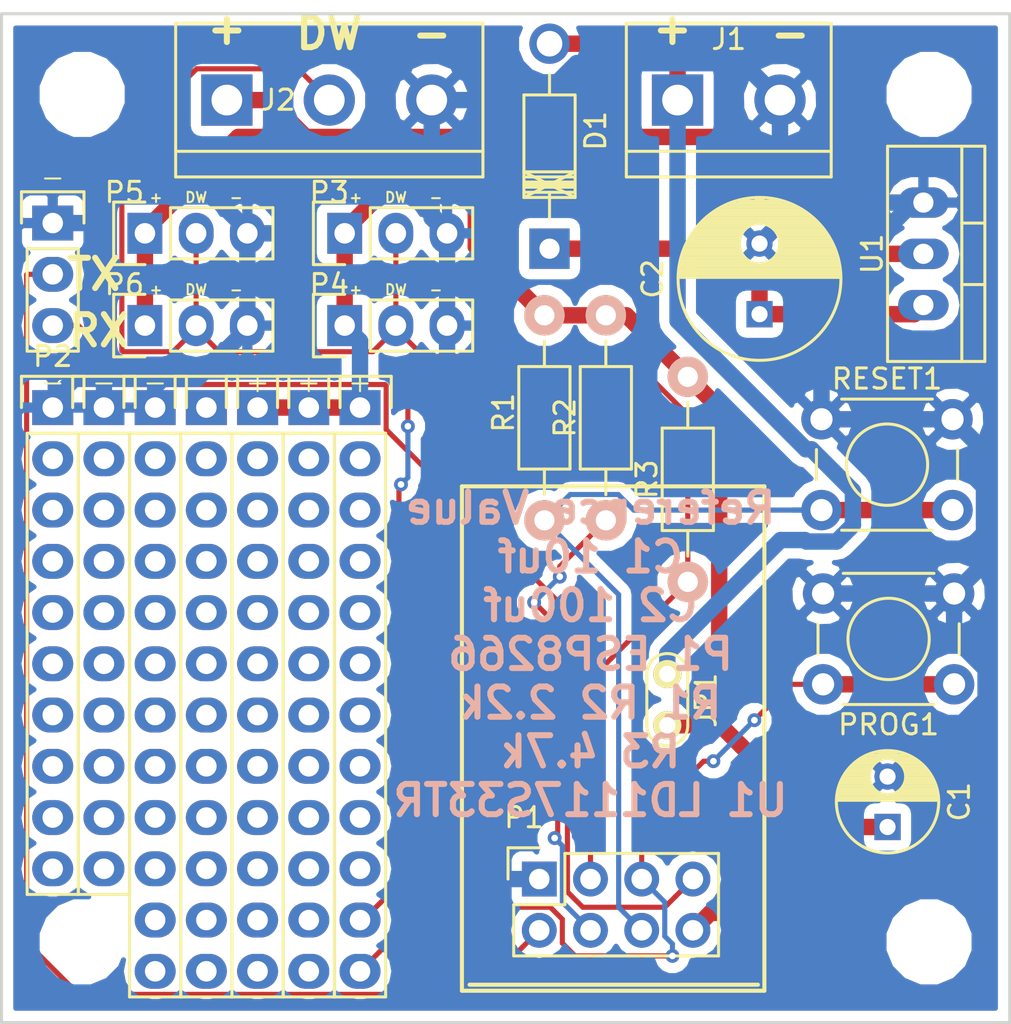
<source format=kicad_pcb>
(kicad_pcb (version 20160815) (host pcbnew no-vcs-found-undefined)

  (general
    (links 51)
    (no_connects 0)
    (area 127.065915 63.0377 190.356943 115.6973)
    (thickness 1.6)
    (drawings 28)
    (tracks 206)
    (zones 0)
    (modules 29)
    (nets 11)
  )

  (page A4)
  (layers
    (0 F.Cu mixed)
    (31 B.Cu mixed)
    (36 B.SilkS user)
    (37 F.SilkS user)
    (38 B.Mask user)
    (39 F.Mask user)
    (44 Edge.Cuts user)
    (47 F.CrtYd user)
  )

  (setup
    (last_trace_width 0.1524)
    (user_trace_width 0.1524)
    (user_trace_width 0.254)
    (user_trace_width 0.381)
    (user_trace_width 0.508)
    (user_trace_width 0.8128)
    (trace_clearance 0.1524)
    (zone_clearance 0.508)
    (zone_45_only no)
    (trace_min 0.1524)
    (segment_width 0.2)
    (edge_width 0.15)
    (via_size 0.6858)
    (via_drill 0.3302)
    (via_min_size 0.6858)
    (via_min_drill 0.3302)
    (uvia_size 0.762)
    (uvia_drill 0.508)
    (uvias_allowed no)
    (uvia_min_size 0)
    (uvia_min_drill 0)
    (pcb_text_width 0.3)
    (pcb_text_size 1.5 1.5)
    (mod_edge_width 0.15)
    (mod_text_size 1 1)
    (mod_text_width 0.15)
    (pad_size 2.032 1.7272)
    (pad_drill 1.016)
    (pad_to_mask_clearance 0.2)
    (aux_axis_origin 134.62 64.3)
    (grid_origin 134.62 64.3)
    (visible_elements FFFFFF7F)
    (pcbplotparams
      (layerselection 0x00010_7ffffffe)
      (usegerberextensions true)
      (excludeedgelayer true)
      (linewidth 0.100000)
      (plotframeref false)
      (viasonmask false)
      (mode 1)
      (useauxorigin true)
      (hpglpennumber 1)
      (hpglpenspeed 20)
      (hpglpendiameter 15)
      (psnegative false)
      (psa4output false)
      (plotreference true)
      (plotvalue true)
      (plotinvisibletext false)
      (padsonsilk false)
      (subtractmaskfromsilk false)
      (outputformat 1)
      (mirror false)
      (drillshape 0)
      (scaleselection 1)
      (outputdirectory gerber/))
  )

  (net 0 "")
  (net 1 +3V3)
  (net 2 GND)
  (net 3 VCC)
  (net 4 TX)
  (net 5 RX)
  (net 6 VDD)
  (net 7 DW)
  (net 8 /CH_PD)
  (net 9 /PROG)
  (net 10 /RST)

  (net_class Default "This is the default net class."
    (clearance 0.1524)
    (trace_width 0.1524)
    (via_dia 0.6858)
    (via_drill 0.3302)
    (uvia_dia 0.762)
    (uvia_drill 0.508)
    (diff_pair_gap 0.25)
    (diff_pair_width 0.2)
    (add_net +3V3)
    (add_net /CH_PD)
    (add_net /PROG)
    (add_net /RST)
    (add_net DW)
    (add_net GND)
    (add_net RX)
    (add_net TX)
    (add_net VCC)
    (add_net VDD)
  )

  (net_class test ""
    (clearance 0.3048)
    (trace_width 0.3048)
    (via_dia 0.6858)
    (via_drill 0.3302)
    (uvia_dia 0.762)
    (uvia_drill 0.508)
    (diff_pair_gap 0.25)
    (diff_pair_width 0.2)
  )

  (module Socket_Strips:Socket_Strip_Straight_2x04 placed (layer F.Cu) (tedit 5824EDD2) (tstamp 5826DC87)
    (at 161.29 107.188)
    (descr "Through hole socket strip")
    (tags "socket strip")
    (path /5823A171)
    (fp_text reference P1 (at -0.762 -3.048) (layer F.SilkS)
      (effects (font (size 1 1) (thickness 0.15)))
    )
    (fp_text value CONN_02X04 (at 0 -3.1) (layer F.Fab)
      (effects (font (size 1 1) (thickness 0.15)))
    )
    (fp_line (start -1.75 -1.75) (end -1.75 4.3) (layer F.CrtYd) (width 0.05))
    (fp_line (start 9.4 -1.75) (end 9.4 4.3) (layer F.CrtYd) (width 0.05))
    (fp_line (start -1.75 -1.75) (end 9.4 -1.75) (layer F.CrtYd) (width 0.05))
    (fp_line (start -1.75 4.3) (end 9.4 4.3) (layer F.CrtYd) (width 0.05))
    (fp_line (start 1.27 -1.27) (end 8.89 -1.27) (layer F.SilkS) (width 0.15))
    (fp_line (start 8.89 -1.27) (end 8.89 3.81) (layer F.SilkS) (width 0.15))
    (fp_line (start 8.89 3.81) (end -1.27 3.81) (layer F.SilkS) (width 0.15))
    (fp_line (start -1.27 3.81) (end -1.27 1.27) (layer F.SilkS) (width 0.15))
    (fp_line (start 0 -1.55) (end -1.55 -1.55) (layer F.SilkS) (width 0.15))
    (fp_line (start -1.27 1.27) (end 1.27 1.27) (layer F.SilkS) (width 0.15))
    (fp_line (start 1.27 1.27) (end 1.27 -1.27) (layer F.SilkS) (width 0.15))
    (fp_line (start -1.55 -1.55) (end -1.55 0) (layer F.SilkS) (width 0.15))
    (pad 1 thru_hole rect (at 0 0) (size 1.7272 1.7272) (drill 1.016) (layers *.Cu *.Mask)
      (net 2 GND))
    (pad 2 thru_hole oval (at 0 2.54) (size 1.7272 1.7272) (drill 1.016) (layers *.Cu *.Mask)
      (net 4 TX))
    (pad 3 thru_hole oval (at 2.54 0) (size 1.7272 1.7272) (drill 1.016) (layers *.Cu *.Mask)
      (net 7 DW))
    (pad 4 thru_hole oval (at 2.54 2.54) (size 1.7272 1.7272) (drill 1.016) (layers *.Cu *.Mask)
      (net 8 /CH_PD))
    (pad 5 thru_hole oval (at 5.08 0) (size 1.7272 1.7272) (drill 1.016) (layers *.Cu *.Mask)
      (net 9 /PROG))
    (pad 6 thru_hole oval (at 5.08 2.54) (size 1.7272 1.7272) (drill 1.016) (layers *.Cu *.Mask)
      (net 10 /RST))
    (pad 7 thru_hole oval (at 7.62 0) (size 1.7272 1.7272) (drill 1.016) (layers *.Cu *.Mask)
      (net 5 RX))
    (pad 8 thru_hole oval (at 7.62 2.54) (size 1.7272 1.7272) (drill 1.016) (layers *.Cu *.Mask)
      (net 1 +3V3))
    (model Socket_Strips.3dshapes/Socket_Strip_Straight_2x04.wrl
      (at (xyz 0.15 -0.05 0))
      (scale (xyz 1 1 1))
      (rotate (xyz 0 0 180))
    )
  )

  (module Pin_Headers:Pin_Header_Straight_1x12 (layer F.Cu) (tedit 5824E9C7) (tstamp 58346C78)
    (at 149.86 83.82)
    (descr "Through hole pin header")
    (tags "pin header")
    (fp_text reference REF** (at 0 -5.1) (layer F.SilkS) hide
      (effects (font (size 1 1) (thickness 0.15)))
    )
    (fp_text value Pin_Header_Straight_1x12 (at 0 -3.1) (layer F.Fab)
      (effects (font (size 1 1) (thickness 0.15)))
    )
    (fp_line (start -1.75 -1.75) (end -1.75 29.7) (layer F.CrtYd) (width 0.05))
    (fp_line (start 1.75 -1.75) (end 1.75 29.7) (layer F.CrtYd) (width 0.05))
    (fp_line (start -1.75 -1.75) (end 1.75 -1.75) (layer F.CrtYd) (width 0.05))
    (fp_line (start -1.75 29.7) (end 1.75 29.7) (layer F.CrtYd) (width 0.05))
    (fp_line (start 1.27 1.27) (end 1.27 29.21) (layer F.SilkS) (width 0.15))
    (fp_line (start 1.27 29.21) (end -1.27 29.21) (layer F.SilkS) (width 0.15))
    (fp_line (start -1.27 29.21) (end -1.27 1.27) (layer F.SilkS) (width 0.15))
    (fp_line (start 1.55 -1.55) (end 1.55 0) (layer F.SilkS) (width 0.15))
    (fp_line (start 1.27 1.27) (end -1.27 1.27) (layer F.SilkS) (width 0.15))
    (fp_line (start -1.55 0) (end -1.55 -1.55) (layer F.SilkS) (width 0.15))
    (fp_line (start -1.55 -1.55) (end 1.55 -1.55) (layer F.SilkS) (width 0.15))
    (pad 1 thru_hole rect (at 0 0) (size 2.032 1.7272) (drill 1.016) (layers *.Cu *.Mask)
      (net 1 +3V3))
    (pad 2 thru_hole oval (at 0 2.54) (size 2.032 1.7272) (drill 1.016) (layers *.Cu *.Mask))
    (pad 3 thru_hole oval (at 0 5.08) (size 2.032 1.7272) (drill 1.016) (layers *.Cu *.Mask))
    (pad 4 thru_hole oval (at 0 7.62) (size 2.032 1.7272) (drill 1.016) (layers *.Cu *.Mask))
    (pad 5 thru_hole oval (at 0 10.16) (size 2.032 1.7272) (drill 1.016) (layers *.Cu *.Mask))
    (pad 6 thru_hole oval (at 0 12.7) (size 2.032 1.7272) (drill 1.016) (layers *.Cu *.Mask))
    (pad 7 thru_hole oval (at 0 15.24) (size 2.032 1.7272) (drill 1.016) (layers *.Cu *.Mask))
    (pad 8 thru_hole oval (at 0 17.78) (size 2.032 1.7272) (drill 1.016) (layers *.Cu *.Mask))
    (pad 9 thru_hole oval (at 0 20.32) (size 2.032 1.7272) (drill 1.016) (layers *.Cu *.Mask))
    (pad 10 thru_hole oval (at 0 22.86) (size 2.032 1.7272) (drill 1.016) (layers *.Cu *.Mask))
    (pad 11 thru_hole oval (at 0 25.4) (size 2.032 1.7272) (drill 1.016) (layers *.Cu *.Mask))
    (pad 12 thru_hole oval (at 0 27.94) (size 2.032 1.7272) (drill 1.016) (layers *.Cu *.Mask))
    (model Pin_Headers.3dshapes/Pin_Header_Straight_1x12.wrl
      (at (xyz 0 -0.55 0))
      (scale (xyz 1 1 1))
      (rotate (xyz 0 0 90))
    )
  )

  (module Pin_Headers:Pin_Header_Straight_1x12 (layer F.Cu) (tedit 5824E9D6) (tstamp 58346C5E)
    (at 147.32 83.82)
    (descr "Through hole pin header")
    (tags "pin header")
    (fp_text reference REF** (at 0 -5.1) (layer F.SilkS) hide
      (effects (font (size 1 1) (thickness 0.15)))
    )
    (fp_text value Pin_Header_Straight_1x12 (at 0 -3.1) (layer F.Fab)
      (effects (font (size 1 1) (thickness 0.15)))
    )
    (fp_line (start -1.75 -1.75) (end -1.75 29.7) (layer F.CrtYd) (width 0.05))
    (fp_line (start 1.75 -1.75) (end 1.75 29.7) (layer F.CrtYd) (width 0.05))
    (fp_line (start -1.75 -1.75) (end 1.75 -1.75) (layer F.CrtYd) (width 0.05))
    (fp_line (start -1.75 29.7) (end 1.75 29.7) (layer F.CrtYd) (width 0.05))
    (fp_line (start 1.27 1.27) (end 1.27 29.21) (layer F.SilkS) (width 0.15))
    (fp_line (start 1.27 29.21) (end -1.27 29.21) (layer F.SilkS) (width 0.15))
    (fp_line (start -1.27 29.21) (end -1.27 1.27) (layer F.SilkS) (width 0.15))
    (fp_line (start 1.55 -1.55) (end 1.55 0) (layer F.SilkS) (width 0.15))
    (fp_line (start 1.27 1.27) (end -1.27 1.27) (layer F.SilkS) (width 0.15))
    (fp_line (start -1.55 0) (end -1.55 -1.55) (layer F.SilkS) (width 0.15))
    (fp_line (start -1.55 -1.55) (end 1.55 -1.55) (layer F.SilkS) (width 0.15))
    (pad 1 thru_hole rect (at 0 0) (size 2.032 1.7272) (drill 1.016) (layers *.Cu *.Mask)
      (net 1 +3V3))
    (pad 2 thru_hole oval (at 0 2.54) (size 2.032 1.7272) (drill 1.016) (layers *.Cu *.Mask))
    (pad 3 thru_hole oval (at 0 5.08) (size 2.032 1.7272) (drill 1.016) (layers *.Cu *.Mask))
    (pad 4 thru_hole oval (at 0 7.62) (size 2.032 1.7272) (drill 1.016) (layers *.Cu *.Mask))
    (pad 5 thru_hole oval (at 0 10.16) (size 2.032 1.7272) (drill 1.016) (layers *.Cu *.Mask))
    (pad 6 thru_hole oval (at 0 12.7) (size 2.032 1.7272) (drill 1.016) (layers *.Cu *.Mask))
    (pad 7 thru_hole oval (at 0 15.24) (size 2.032 1.7272) (drill 1.016) (layers *.Cu *.Mask))
    (pad 8 thru_hole oval (at 0 17.78) (size 2.032 1.7272) (drill 1.016) (layers *.Cu *.Mask))
    (pad 9 thru_hole oval (at 0 20.32) (size 2.032 1.7272) (drill 1.016) (layers *.Cu *.Mask))
    (pad 10 thru_hole oval (at 0 22.86) (size 2.032 1.7272) (drill 1.016) (layers *.Cu *.Mask))
    (pad 11 thru_hole oval (at 0 25.4) (size 2.032 1.7272) (drill 1.016) (layers *.Cu *.Mask))
    (pad 12 thru_hole oval (at 0 27.94) (size 2.032 1.7272) (drill 1.016) (layers *.Cu *.Mask))
    (model Pin_Headers.3dshapes/Pin_Header_Straight_1x12.wrl
      (at (xyz 0 -0.55 0))
      (scale (xyz 1 1 1))
      (rotate (xyz 0 0 90))
    )
  )

  (module Pin_Headers:Pin_Header_Straight_1x12 (layer F.Cu) (tedit 5824E9DB) (tstamp 58346C44)
    (at 144.78 83.82)
    (descr "Through hole pin header")
    (tags "pin header")
    (fp_text reference REF** (at 0 -5.1) (layer F.SilkS) hide
      (effects (font (size 1 1) (thickness 0.15)))
    )
    (fp_text value Pin_Header_Straight_1x12 (at 0 -3.1) (layer F.Fab)
      (effects (font (size 1 1) (thickness 0.15)))
    )
    (fp_line (start -1.75 -1.75) (end -1.75 29.7) (layer F.CrtYd) (width 0.05))
    (fp_line (start 1.75 -1.75) (end 1.75 29.7) (layer F.CrtYd) (width 0.05))
    (fp_line (start -1.75 -1.75) (end 1.75 -1.75) (layer F.CrtYd) (width 0.05))
    (fp_line (start -1.75 29.7) (end 1.75 29.7) (layer F.CrtYd) (width 0.05))
    (fp_line (start 1.27 1.27) (end 1.27 29.21) (layer F.SilkS) (width 0.15))
    (fp_line (start 1.27 29.21) (end -1.27 29.21) (layer F.SilkS) (width 0.15))
    (fp_line (start -1.27 29.21) (end -1.27 1.27) (layer F.SilkS) (width 0.15))
    (fp_line (start 1.55 -1.55) (end 1.55 0) (layer F.SilkS) (width 0.15))
    (fp_line (start 1.27 1.27) (end -1.27 1.27) (layer F.SilkS) (width 0.15))
    (fp_line (start -1.55 0) (end -1.55 -1.55) (layer F.SilkS) (width 0.15))
    (fp_line (start -1.55 -1.55) (end 1.55 -1.55) (layer F.SilkS) (width 0.15))
    (pad 1 thru_hole rect (at 0 0) (size 2.032 1.7272) (drill 1.016) (layers *.Cu *.Mask))
    (pad 2 thru_hole oval (at 0 2.54) (size 2.032 1.7272) (drill 1.016) (layers *.Cu *.Mask))
    (pad 3 thru_hole oval (at 0 5.08) (size 2.032 1.7272) (drill 1.016) (layers *.Cu *.Mask))
    (pad 4 thru_hole oval (at 0 7.62) (size 2.032 1.7272) (drill 1.016) (layers *.Cu *.Mask))
    (pad 5 thru_hole oval (at 0 10.16) (size 2.032 1.7272) (drill 1.016) (layers *.Cu *.Mask))
    (pad 6 thru_hole oval (at 0 12.7) (size 2.032 1.7272) (drill 1.016) (layers *.Cu *.Mask))
    (pad 7 thru_hole oval (at 0 15.24) (size 2.032 1.7272) (drill 1.016) (layers *.Cu *.Mask))
    (pad 8 thru_hole oval (at 0 17.78) (size 2.032 1.7272) (drill 1.016) (layers *.Cu *.Mask))
    (pad 9 thru_hole oval (at 0 20.32) (size 2.032 1.7272) (drill 1.016) (layers *.Cu *.Mask))
    (pad 10 thru_hole oval (at 0 22.86) (size 2.032 1.7272) (drill 1.016) (layers *.Cu *.Mask))
    (pad 11 thru_hole oval (at 0 25.4) (size 2.032 1.7272) (drill 1.016) (layers *.Cu *.Mask))
    (pad 12 thru_hole oval (at 0 27.94) (size 2.032 1.7272) (drill 1.016) (layers *.Cu *.Mask))
    (model Pin_Headers.3dshapes/Pin_Header_Straight_1x12.wrl
      (at (xyz 0 -0.55 0))
      (scale (xyz 1 1 1))
      (rotate (xyz 0 0 90))
    )
  )

  (module Pin_Headers:Pin_Header_Straight_1x12 (layer F.Cu) (tedit 5824E9E0) (tstamp 58346C2A)
    (at 142.24 83.82)
    (descr "Through hole pin header")
    (tags "pin header")
    (fp_text reference REF** (at 0 -5.1) (layer F.SilkS) hide
      (effects (font (size 1 1) (thickness 0.15)))
    )
    (fp_text value Pin_Header_Straight_1x12 (at 0 -3.1) (layer F.Fab)
      (effects (font (size 1 1) (thickness 0.15)))
    )
    (fp_line (start -1.75 -1.75) (end -1.75 29.7) (layer F.CrtYd) (width 0.05))
    (fp_line (start 1.75 -1.75) (end 1.75 29.7) (layer F.CrtYd) (width 0.05))
    (fp_line (start -1.75 -1.75) (end 1.75 -1.75) (layer F.CrtYd) (width 0.05))
    (fp_line (start -1.75 29.7) (end 1.75 29.7) (layer F.CrtYd) (width 0.05))
    (fp_line (start 1.27 1.27) (end 1.27 29.21) (layer F.SilkS) (width 0.15))
    (fp_line (start 1.27 29.21) (end -1.27 29.21) (layer F.SilkS) (width 0.15))
    (fp_line (start -1.27 29.21) (end -1.27 1.27) (layer F.SilkS) (width 0.15))
    (fp_line (start 1.55 -1.55) (end 1.55 0) (layer F.SilkS) (width 0.15))
    (fp_line (start 1.27 1.27) (end -1.27 1.27) (layer F.SilkS) (width 0.15))
    (fp_line (start -1.55 0) (end -1.55 -1.55) (layer F.SilkS) (width 0.15))
    (fp_line (start -1.55 -1.55) (end 1.55 -1.55) (layer F.SilkS) (width 0.15))
    (pad 1 thru_hole rect (at 0 0) (size 2.032 1.7272) (drill 1.016) (layers *.Cu *.Mask)
      (net 2 GND))
    (pad 2 thru_hole oval (at 0 2.54) (size 2.032 1.7272) (drill 1.016) (layers *.Cu *.Mask))
    (pad 3 thru_hole oval (at 0 5.08) (size 2.032 1.7272) (drill 1.016) (layers *.Cu *.Mask))
    (pad 4 thru_hole oval (at 0 7.62) (size 2.032 1.7272) (drill 1.016) (layers *.Cu *.Mask))
    (pad 5 thru_hole oval (at 0 10.16) (size 2.032 1.7272) (drill 1.016) (layers *.Cu *.Mask))
    (pad 6 thru_hole oval (at 0 12.7) (size 2.032 1.7272) (drill 1.016) (layers *.Cu *.Mask))
    (pad 7 thru_hole oval (at 0 15.24) (size 2.032 1.7272) (drill 1.016) (layers *.Cu *.Mask))
    (pad 8 thru_hole oval (at 0 17.78) (size 2.032 1.7272) (drill 1.016) (layers *.Cu *.Mask))
    (pad 9 thru_hole oval (at 0 20.32) (size 2.032 1.7272) (drill 1.016) (layers *.Cu *.Mask))
    (pad 10 thru_hole oval (at 0 22.86) (size 2.032 1.7272) (drill 1.016) (layers *.Cu *.Mask))
    (pad 11 thru_hole oval (at 0 25.4) (size 2.032 1.7272) (drill 1.016) (layers *.Cu *.Mask))
    (pad 12 thru_hole oval (at 0 27.94) (size 2.032 1.7272) (drill 1.016) (layers *.Cu *.Mask))
    (model Pin_Headers.3dshapes/Pin_Header_Straight_1x12.wrl
      (at (xyz 0 -0.55 0))
      (scale (xyz 1 1 1))
      (rotate (xyz 0 0 90))
    )
  )

  (module Pin_Headers:Pin_Header_Straight_1x10 (layer F.Cu) (tedit 5824E9BF) (tstamp 58346C12)
    (at 139.7 83.82)
    (descr "Through hole pin header")
    (tags "pin header")
    (fp_text reference REF** (at 0 -5.1) (layer F.SilkS) hide
      (effects (font (size 1 1) (thickness 0.15)))
    )
    (fp_text value Pin_Header_Straight_1x10 (at 0 -3.1) (layer F.Fab)
      (effects (font (size 1 1) (thickness 0.15)))
    )
    (fp_line (start -1.75 -1.75) (end -1.75 24.65) (layer F.CrtYd) (width 0.05))
    (fp_line (start 1.75 -1.75) (end 1.75 24.65) (layer F.CrtYd) (width 0.05))
    (fp_line (start -1.75 -1.75) (end 1.75 -1.75) (layer F.CrtYd) (width 0.05))
    (fp_line (start -1.75 24.65) (end 1.75 24.65) (layer F.CrtYd) (width 0.05))
    (fp_line (start 1.27 1.27) (end 1.27 24.13) (layer F.SilkS) (width 0.15))
    (fp_line (start 1.27 24.13) (end -1.27 24.13) (layer F.SilkS) (width 0.15))
    (fp_line (start -1.27 24.13) (end -1.27 1.27) (layer F.SilkS) (width 0.15))
    (fp_line (start 1.55 -1.55) (end 1.55 0) (layer F.SilkS) (width 0.15))
    (fp_line (start 1.27 1.27) (end -1.27 1.27) (layer F.SilkS) (width 0.15))
    (fp_line (start -1.55 0) (end -1.55 -1.55) (layer F.SilkS) (width 0.15))
    (fp_line (start -1.55 -1.55) (end 1.55 -1.55) (layer F.SilkS) (width 0.15))
    (pad 1 thru_hole rect (at 0 0) (size 2.032 1.7272) (drill 1.016) (layers *.Cu *.Mask)
      (net 2 GND))
    (pad 2 thru_hole oval (at 0 2.54) (size 2.032 1.7272) (drill 1.016) (layers *.Cu *.Mask))
    (pad 3 thru_hole oval (at 0 5.08) (size 2.032 1.7272) (drill 1.016) (layers *.Cu *.Mask))
    (pad 4 thru_hole oval (at 0 7.62) (size 2.032 1.7272) (drill 1.016) (layers *.Cu *.Mask))
    (pad 5 thru_hole oval (at 0 10.16) (size 2.032 1.7272) (drill 1.016) (layers *.Cu *.Mask))
    (pad 6 thru_hole oval (at 0 12.7) (size 2.032 1.7272) (drill 1.016) (layers *.Cu *.Mask))
    (pad 7 thru_hole oval (at 0 15.24) (size 2.032 1.7272) (drill 1.016) (layers *.Cu *.Mask))
    (pad 8 thru_hole oval (at 0 17.78) (size 2.032 1.7272) (drill 1.016) (layers *.Cu *.Mask))
    (pad 9 thru_hole oval (at 0 20.32) (size 2.032 1.7272) (drill 1.016) (layers *.Cu *.Mask))
    (pad 10 thru_hole oval (at 0 22.86) (size 2.032 1.7272) (drill 1.016) (layers *.Cu *.Mask))
    (model Pin_Headers.3dshapes/Pin_Header_Straight_1x10.wrl
      (at (xyz 0 -0.45 0))
      (scale (xyz 1 1 1))
      (rotate (xyz 0 0 90))
    )
  )

  (module Pin_Headers:Pin_Header_Straight_1x12 (layer F.Cu) (tedit 58251AA8) (tstamp 5824E255)
    (at 152.4 83.82)
    (descr "Through hole pin header")
    (tags "pin header")
    (fp_text reference REF** (at 0 -5.1) (layer F.SilkS) hide
      (effects (font (size 1 1) (thickness 0.15)))
    )
    (fp_text value Pin_Header_Straight_1x12 (at 0 -3.1) (layer F.Fab)
      (effects (font (size 1 1) (thickness 0.15)))
    )
    (fp_line (start -1.55 -1.55) (end 1.55 -1.55) (layer F.SilkS) (width 0.15))
    (fp_line (start -1.55 0) (end -1.55 -1.55) (layer F.SilkS) (width 0.15))
    (fp_line (start 1.27 1.27) (end -1.27 1.27) (layer F.SilkS) (width 0.15))
    (fp_line (start 1.55 -1.55) (end 1.55 0) (layer F.SilkS) (width 0.15))
    (fp_line (start -1.27 29.21) (end -1.27 1.27) (layer F.SilkS) (width 0.15))
    (fp_line (start 1.27 29.21) (end -1.27 29.21) (layer F.SilkS) (width 0.15))
    (fp_line (start 1.27 1.27) (end 1.27 29.21) (layer F.SilkS) (width 0.15))
    (fp_line (start -1.75 29.7) (end 1.75 29.7) (layer F.CrtYd) (width 0.05))
    (fp_line (start -1.75 -1.75) (end 1.75 -1.75) (layer F.CrtYd) (width 0.05))
    (fp_line (start 1.75 -1.75) (end 1.75 29.7) (layer F.CrtYd) (width 0.05))
    (fp_line (start -1.75 -1.75) (end -1.75 29.7) (layer F.CrtYd) (width 0.05))
    (pad 12 thru_hole oval (at 0 27.94) (size 2.032 1.7272) (drill 1.016) (layers *.Cu *.Mask)
      (net 9 /PROG))
    (pad 11 thru_hole oval (at 0 25.4) (size 2.032 1.7272) (drill 1.016) (layers *.Cu *.Mask)
      (net 7 DW))
    (pad 10 thru_hole oval (at 0 22.86) (size 2.032 1.7272) (drill 1.016) (layers *.Cu *.Mask))
    (pad 9 thru_hole oval (at 0 20.32) (size 2.032 1.7272) (drill 1.016) (layers *.Cu *.Mask))
    (pad 8 thru_hole oval (at 0 17.78) (size 2.032 1.7272) (drill 1.016) (layers *.Cu *.Mask))
    (pad 7 thru_hole oval (at 0 15.24) (size 2.032 1.7272) (drill 1.016) (layers *.Cu *.Mask))
    (pad 6 thru_hole oval (at 0 12.7) (size 2.032 1.7272) (drill 1.016) (layers *.Cu *.Mask))
    (pad 5 thru_hole oval (at 0 10.16) (size 2.032 1.7272) (drill 1.016) (layers *.Cu *.Mask))
    (pad 4 thru_hole oval (at 0 7.62) (size 2.032 1.7272) (drill 1.016) (layers *.Cu *.Mask))
    (pad 3 thru_hole oval (at 0 5.08) (size 2.032 1.7272) (drill 1.016) (layers *.Cu *.Mask))
    (pad 2 thru_hole oval (at 0 2.54) (size 2.032 1.7272) (drill 1.016) (layers *.Cu *.Mask))
    (pad 1 thru_hole rect (at 0 0) (size 2.032 1.7272) (drill 1.016) (layers *.Cu *.Mask)
      (net 1 +3V3))
    (model Pin_Headers.3dshapes/Pin_Header_Straight_1x12.wrl
      (at (xyz 0 -0.55 0))
      (scale (xyz 1 1 1))
      (rotate (xyz 0 0 90))
    )
  )

  (module Pin_Headers:Pin_Header_Straight_1x10 (layer F.Cu) (tedit 5824E9B8) (tstamp 5824E246)
    (at 137.16 83.82)
    (descr "Through hole pin header")
    (tags "pin header")
    (fp_text reference REF** (at 0 -5.1) (layer F.SilkS) hide
      (effects (font (size 1 1) (thickness 0.15)))
    )
    (fp_text value Pin_Header_Straight_1x10 (at 0 -3.1) (layer F.Fab)
      (effects (font (size 1 1) (thickness 0.15)))
    )
    (fp_line (start -1.55 -1.55) (end 1.55 -1.55) (layer F.SilkS) (width 0.15))
    (fp_line (start -1.55 0) (end -1.55 -1.55) (layer F.SilkS) (width 0.15))
    (fp_line (start 1.27 1.27) (end -1.27 1.27) (layer F.SilkS) (width 0.15))
    (fp_line (start 1.55 -1.55) (end 1.55 0) (layer F.SilkS) (width 0.15))
    (fp_line (start -1.27 24.13) (end -1.27 1.27) (layer F.SilkS) (width 0.15))
    (fp_line (start 1.27 24.13) (end -1.27 24.13) (layer F.SilkS) (width 0.15))
    (fp_line (start 1.27 1.27) (end 1.27 24.13) (layer F.SilkS) (width 0.15))
    (fp_line (start -1.75 24.65) (end 1.75 24.65) (layer F.CrtYd) (width 0.05))
    (fp_line (start -1.75 -1.75) (end 1.75 -1.75) (layer F.CrtYd) (width 0.05))
    (fp_line (start 1.75 -1.75) (end 1.75 24.65) (layer F.CrtYd) (width 0.05))
    (fp_line (start -1.75 -1.75) (end -1.75 24.65) (layer F.CrtYd) (width 0.05))
    (pad 10 thru_hole oval (at 0 22.86) (size 2.032 1.7272) (drill 1.016) (layers *.Cu *.Mask))
    (pad 9 thru_hole oval (at 0 20.32) (size 2.032 1.7272) (drill 1.016) (layers *.Cu *.Mask))
    (pad 8 thru_hole oval (at 0 17.78) (size 2.032 1.7272) (drill 1.016) (layers *.Cu *.Mask))
    (pad 7 thru_hole oval (at 0 15.24) (size 2.032 1.7272) (drill 1.016) (layers *.Cu *.Mask))
    (pad 6 thru_hole oval (at 0 12.7) (size 2.032 1.7272) (drill 1.016) (layers *.Cu *.Mask))
    (pad 5 thru_hole oval (at 0 10.16) (size 2.032 1.7272) (drill 1.016) (layers *.Cu *.Mask))
    (pad 4 thru_hole oval (at 0 7.62) (size 2.032 1.7272) (drill 1.016) (layers *.Cu *.Mask))
    (pad 3 thru_hole oval (at 0 5.08) (size 2.032 1.7272) (drill 1.016) (layers *.Cu *.Mask))
    (pad 2 thru_hole oval (at 0 2.54) (size 2.032 1.7272) (drill 1.016) (layers *.Cu *.Mask))
    (pad 1 thru_hole rect (at 0 0) (size 2.032 1.7272) (drill 1.016) (layers *.Cu *.Mask)
      (net 2 GND))
    (model Pin_Headers.3dshapes/Pin_Header_Straight_1x10.wrl
      (at (xyz 0 -0.45 0))
      (scale (xyz 1 1 1))
      (rotate (xyz 0 0 90))
    )
  )

  (module Mounting_Holes:MountingHole_3.2mm_M3 locked (layer F.Cu) (tedit 5823DCDE) (tstamp 583BFDCF)
    (at 180.62 68.3)
    (descr "Mounting Hole 3.2mm, no annular, M3")
    (tags "mounting hole 3.2mm no annular m3")
    (fp_text reference REF** (at 0 -4.2) (layer F.SilkS) hide
      (effects (font (size 1 1) (thickness 0.15)))
    )
    (fp_text value MountingHole_3.2mm_M3 (at 0 4.2) (layer F.Fab)
      (effects (font (size 1 1) (thickness 0.15)))
    )
    (fp_circle (center 0 0) (end 3.2 0) (layer Cmts.User) (width 0.15))
    (fp_circle (center 0 0) (end 3.45 0) (layer F.CrtYd) (width 0.05))
    (pad 1 np_thru_hole circle (at 0 0) (size 3.2 3.2) (drill 3.2) (layers *.Cu *.Mask))
  )

  (module Mounting_Holes:MountingHole_3.2mm_M3 locked (layer F.Cu) (tedit 5823DCD7) (tstamp 583BFDC9)
    (at 138.62 68.3)
    (descr "Mounting Hole 3.2mm, no annular, M3")
    (tags "mounting hole 3.2mm no annular m3")
    (fp_text reference REF** (at 0 -4.2) (layer F.SilkS) hide
      (effects (font (size 1 1) (thickness 0.15)))
    )
    (fp_text value MountingHole_3.2mm_M3 (at 0 4.2) (layer F.Fab)
      (effects (font (size 1 1) (thickness 0.15)))
    )
    (fp_circle (center 0 0) (end 3.2 0) (layer Cmts.User) (width 0.15))
    (fp_circle (center 0 0) (end 3.45 0) (layer F.CrtYd) (width 0.05))
    (pad 1 np_thru_hole circle (at 0 0) (size 3.2 3.2) (drill 3.2) (layers *.Cu *.Mask))
  )

  (module Mounting_Holes:MountingHole_3.2mm_M3 locked (layer F.Cu) (tedit 5823DCEA) (tstamp 583BFDC3)
    (at 138.62 110.3)
    (descr "Mounting Hole 3.2mm, no annular, M3")
    (tags "mounting hole 3.2mm no annular m3")
    (fp_text reference REF** (at 0 -4.2) (layer F.SilkS) hide
      (effects (font (size 1 1) (thickness 0.15)))
    )
    (fp_text value MountingHole_3.2mm_M3 (at 0 4.2) (layer F.Fab)
      (effects (font (size 1 1) (thickness 0.15)))
    )
    (fp_circle (center 0 0) (end 3.2 0) (layer Cmts.User) (width 0.15))
    (fp_circle (center 0 0) (end 3.45 0) (layer F.CrtYd) (width 0.05))
    (pad 1 np_thru_hole circle (at 0 0) (size 3.2 3.2) (drill 3.2) (layers *.Cu *.Mask))
  )

  (module Capacitors_THT:C_Radial_D5_L6_P2.5 placed (layer F.Cu) (tedit 0) (tstamp 5826DC62)
    (at 178.562 104.608 90)
    (descr "Radial Electrolytic Capacitor Diameter 5mm x Length 6mm, Pitch 2.5mm")
    (tags "Electrolytic Capacitor")
    (path /5823A471)
    (fp_text reference C1 (at 1.25 3.556 90) (layer F.SilkS)
      (effects (font (size 1 1) (thickness 0.15)))
    )
    (fp_text value 10uf (at 1.25 3.8 90) (layer F.Fab)
      (effects (font (size 1 1) (thickness 0.15)))
    )
    (fp_line (start 1.325 -2.499) (end 1.325 2.499) (layer F.SilkS) (width 0.15))
    (fp_line (start 1.465 -2.491) (end 1.465 2.491) (layer F.SilkS) (width 0.15))
    (fp_line (start 1.605 -2.475) (end 1.605 -0.095) (layer F.SilkS) (width 0.15))
    (fp_line (start 1.605 0.095) (end 1.605 2.475) (layer F.SilkS) (width 0.15))
    (fp_line (start 1.745 -2.451) (end 1.745 -0.49) (layer F.SilkS) (width 0.15))
    (fp_line (start 1.745 0.49) (end 1.745 2.451) (layer F.SilkS) (width 0.15))
    (fp_line (start 1.885 -2.418) (end 1.885 -0.657) (layer F.SilkS) (width 0.15))
    (fp_line (start 1.885 0.657) (end 1.885 2.418) (layer F.SilkS) (width 0.15))
    (fp_line (start 2.025 -2.377) (end 2.025 -0.764) (layer F.SilkS) (width 0.15))
    (fp_line (start 2.025 0.764) (end 2.025 2.377) (layer F.SilkS) (width 0.15))
    (fp_line (start 2.165 -2.327) (end 2.165 -0.835) (layer F.SilkS) (width 0.15))
    (fp_line (start 2.165 0.835) (end 2.165 2.327) (layer F.SilkS) (width 0.15))
    (fp_line (start 2.305 -2.266) (end 2.305 -0.879) (layer F.SilkS) (width 0.15))
    (fp_line (start 2.305 0.879) (end 2.305 2.266) (layer F.SilkS) (width 0.15))
    (fp_line (start 2.445 -2.196) (end 2.445 -0.898) (layer F.SilkS) (width 0.15))
    (fp_line (start 2.445 0.898) (end 2.445 2.196) (layer F.SilkS) (width 0.15))
    (fp_line (start 2.585 -2.114) (end 2.585 -0.896) (layer F.SilkS) (width 0.15))
    (fp_line (start 2.585 0.896) (end 2.585 2.114) (layer F.SilkS) (width 0.15))
    (fp_line (start 2.725 -2.019) (end 2.725 -0.871) (layer F.SilkS) (width 0.15))
    (fp_line (start 2.725 0.871) (end 2.725 2.019) (layer F.SilkS) (width 0.15))
    (fp_line (start 2.865 -1.908) (end 2.865 -0.823) (layer F.SilkS) (width 0.15))
    (fp_line (start 2.865 0.823) (end 2.865 1.908) (layer F.SilkS) (width 0.15))
    (fp_line (start 3.005 -1.78) (end 3.005 -0.745) (layer F.SilkS) (width 0.15))
    (fp_line (start 3.005 0.745) (end 3.005 1.78) (layer F.SilkS) (width 0.15))
    (fp_line (start 3.145 -1.631) (end 3.145 -0.628) (layer F.SilkS) (width 0.15))
    (fp_line (start 3.145 0.628) (end 3.145 1.631) (layer F.SilkS) (width 0.15))
    (fp_line (start 3.285 -1.452) (end 3.285 -0.44) (layer F.SilkS) (width 0.15))
    (fp_line (start 3.285 0.44) (end 3.285 1.452) (layer F.SilkS) (width 0.15))
    (fp_line (start 3.425 -1.233) (end 3.425 1.233) (layer F.SilkS) (width 0.15))
    (fp_line (start 3.565 -0.944) (end 3.565 0.944) (layer F.SilkS) (width 0.15))
    (fp_line (start 3.705 -0.472) (end 3.705 0.472) (layer F.SilkS) (width 0.15))
    (fp_circle (center 2.5 0) (end 2.5 -0.9) (layer F.SilkS) (width 0.15))
    (fp_circle (center 1.25 0) (end 1.25 -2.5375) (layer F.SilkS) (width 0.15))
    (fp_circle (center 1.25 0) (end 1.25 -2.8) (layer F.CrtYd) (width 0.05))
    (pad 1 thru_hole rect (at 0 0 90) (size 1.3 1.3) (drill 0.8) (layers *.Cu *.Mask)
      (net 1 +3V3))
    (pad 2 thru_hole circle (at 2.5 0 90) (size 1.3 1.3) (drill 0.8) (layers *.Cu *.Mask)
      (net 2 GND))
    (model Capacitors_ThroughHole.3dshapes/C_Radial_D5_L6_P2.5.wrl
      (at (xyz 0.0492126 0 0))
      (scale (xyz 1 1 1))
      (rotate (xyz 0 0 90))
    )
  )

  (module Diodes_THT:Diode_DO-41_SOD81_Horizontal_RM10 placed (layer F.Cu) (tedit 552FFCCE) (tstamp 5826DC6E)
    (at 161.80054 75.946 90)
    (descr "Diode, DO-41, SOD81, Horizontal, RM 10mm,")
    (tags "Diode, DO-41, SOD81, Horizontal, RM 10mm, 1N4007, SB140,")
    (path /5823A53F)
    (fp_text reference D1 (at 5.842 2.28346 90) (layer F.SilkS)
      (effects (font (size 1 1) (thickness 0.15)))
    )
    (fp_text value D (at 4.37134 -3.55854 90) (layer F.Fab)
      (effects (font (size 1 1) (thickness 0.15)))
    )
    (fp_line (start 7.62 -0.00254) (end 8.636 -0.00254) (layer F.SilkS) (width 0.15))
    (fp_line (start 2.794 -0.00254) (end 1.524 -0.00254) (layer F.SilkS) (width 0.15))
    (fp_line (start 3.048 -1.27254) (end 3.048 1.26746) (layer F.SilkS) (width 0.15))
    (fp_line (start 3.302 -1.27254) (end 3.302 1.26746) (layer F.SilkS) (width 0.15))
    (fp_line (start 3.556 -1.27254) (end 3.556 1.26746) (layer F.SilkS) (width 0.15))
    (fp_line (start 2.794 -1.27254) (end 2.794 1.26746) (layer F.SilkS) (width 0.15))
    (fp_line (start 3.81 -1.27254) (end 2.54 1.26746) (layer F.SilkS) (width 0.15))
    (fp_line (start 2.54 -1.27254) (end 3.81 1.26746) (layer F.SilkS) (width 0.15))
    (fp_line (start 3.81 -1.27254) (end 3.81 1.26746) (layer F.SilkS) (width 0.15))
    (fp_line (start 3.175 -1.27254) (end 3.175 1.26746) (layer F.SilkS) (width 0.15))
    (fp_line (start 2.54 1.26746) (end 2.54 -1.27254) (layer F.SilkS) (width 0.15))
    (fp_line (start 2.54 -1.27254) (end 7.62 -1.27254) (layer F.SilkS) (width 0.15))
    (fp_line (start 7.62 -1.27254) (end 7.62 1.26746) (layer F.SilkS) (width 0.15))
    (fp_line (start 7.62 1.26746) (end 2.54 1.26746) (layer F.SilkS) (width 0.15))
    (pad 2 thru_hole circle (at 10.16 -0.00254 270) (size 1.99898 1.99898) (drill 1.27) (layers *.Cu *.Mask)
      (net 3 VCC))
    (pad 1 thru_hole rect (at 0 -0.00254 270) (size 1.99898 1.99898) (drill 1.00076) (layers *.Cu *.Mask)
      (net 6 VDD))
  )

  (module Connectors:bornier3 placed (layer F.Cu) (tedit 0) (tstamp 5826DC7B)
    (at 150.876 68.58)
    (descr "Bornier d'alimentation 3 pins")
    (tags DEV)
    (path /5823AB66)
    (fp_text reference J2 (at -2.54 0) (layer F.SilkS)
      (effects (font (size 1 1) (thickness 0.15)))
    )
    (fp_text value Screw_Terminal_1x03 (at 0 5.08) (layer F.Fab)
      (effects (font (size 1 1) (thickness 0.15)))
    )
    (fp_line (start -7.62 3.81) (end -7.62 -3.81) (layer F.SilkS) (width 0.15))
    (fp_line (start 7.62 3.81) (end 7.62 -3.81) (layer F.SilkS) (width 0.15))
    (fp_line (start -7.62 2.54) (end 7.62 2.54) (layer F.SilkS) (width 0.15))
    (fp_line (start -7.62 -3.81) (end 7.62 -3.81) (layer F.SilkS) (width 0.15))
    (fp_line (start -7.62 3.81) (end 7.62 3.81) (layer F.SilkS) (width 0.15))
    (pad 1 thru_hole rect (at -5.08 0) (size 2.54 2.54) (drill 1.524) (layers *.Cu *.Mask)
      (net 1 +3V3))
    (pad 2 thru_hole circle (at 0 0) (size 2.54 2.54) (drill 1.524) (layers *.Cu *.Mask)
      (net 7 DW))
    (pad 3 thru_hole circle (at 5.08 0) (size 2.54 2.54) (drill 1.524) (layers *.Cu *.Mask)
      (net 2 GND))
    (model Connect.3dshapes/bornier3.wrl
      (at (xyz 0 0 0))
      (scale (xyz 1 1 1))
      (rotate (xyz 0 0 0))
    )
  )

  (module Pin_Headers:Pin_Header_Straight_1x03 placed (layer F.Cu) (tedit 0) (tstamp 5826DC8E)
    (at 137.16 74.676)
    (descr "Through hole pin header")
    (tags "pin header")
    (path /5823AA50)
    (fp_text reference P2 (at 0 6.604) (layer F.SilkS)
      (effects (font (size 1 1) (thickness 0.15)))
    )
    (fp_text value CONN_01X03 (at 0 -3.1) (layer F.Fab)
      (effects (font (size 1 1) (thickness 0.15)))
    )
    (fp_line (start -1.75 -1.75) (end -1.75 6.85) (layer F.CrtYd) (width 0.05))
    (fp_line (start 1.75 -1.75) (end 1.75 6.85) (layer F.CrtYd) (width 0.05))
    (fp_line (start -1.75 -1.75) (end 1.75 -1.75) (layer F.CrtYd) (width 0.05))
    (fp_line (start -1.75 6.85) (end 1.75 6.85) (layer F.CrtYd) (width 0.05))
    (fp_line (start -1.27 1.27) (end -1.27 6.35) (layer F.SilkS) (width 0.15))
    (fp_line (start -1.27 6.35) (end 1.27 6.35) (layer F.SilkS) (width 0.15))
    (fp_line (start 1.27 6.35) (end 1.27 1.27) (layer F.SilkS) (width 0.15))
    (fp_line (start 1.55 -1.55) (end 1.55 0) (layer F.SilkS) (width 0.15))
    (fp_line (start 1.27 1.27) (end -1.27 1.27) (layer F.SilkS) (width 0.15))
    (fp_line (start -1.55 0) (end -1.55 -1.55) (layer F.SilkS) (width 0.15))
    (fp_line (start -1.55 -1.55) (end 1.55 -1.55) (layer F.SilkS) (width 0.15))
    (pad 1 thru_hole rect (at 0 0) (size 2.032 1.7272) (drill 1.016) (layers *.Cu *.Mask)
      (net 2 GND))
    (pad 2 thru_hole oval (at 0 2.54) (size 2.032 1.7272) (drill 1.016) (layers *.Cu *.Mask)
      (net 4 TX))
    (pad 3 thru_hole oval (at 0 5.08) (size 2.032 1.7272) (drill 1.016) (layers *.Cu *.Mask)
      (net 5 RX))
    (model Pin_Headers.3dshapes/Pin_Header_Straight_1x03.wrl
      (at (xyz 0 -0.1 0))
      (scale (xyz 1 1 1))
      (rotate (xyz 0 0 90))
    )
  )

  (module Resistors_THT:Resistor_Horizontal_RM10mm placed (layer F.Cu) (tedit 56648415) (tstamp 5826DC94)
    (at 161.544 89.408 90)
    (descr "Resistor, Axial,  RM 10mm, 1/3W")
    (tags "Resistor Axial RM 10mm 1/3W")
    (path /5823A960)
    (fp_text reference R1 (at 5.334 -2.032 90) (layer F.SilkS)
      (effects (font (size 1 1) (thickness 0.15)))
    )
    (fp_text value 2.2k (at 5.08 3.81 90) (layer F.Fab)
      (effects (font (size 1 1) (thickness 0.15)))
    )
    (fp_line (start -1.25 -1.5) (end 11.4 -1.5) (layer F.CrtYd) (width 0.05))
    (fp_line (start -1.25 1.5) (end -1.25 -1.5) (layer F.CrtYd) (width 0.05))
    (fp_line (start 11.4 -1.5) (end 11.4 1.5) (layer F.CrtYd) (width 0.05))
    (fp_line (start -1.25 1.5) (end 11.4 1.5) (layer F.CrtYd) (width 0.05))
    (fp_line (start 2.54 -1.27) (end 7.62 -1.27) (layer F.SilkS) (width 0.15))
    (fp_line (start 7.62 -1.27) (end 7.62 1.27) (layer F.SilkS) (width 0.15))
    (fp_line (start 7.62 1.27) (end 2.54 1.27) (layer F.SilkS) (width 0.15))
    (fp_line (start 2.54 1.27) (end 2.54 -1.27) (layer F.SilkS) (width 0.15))
    (fp_line (start 2.54 0) (end 1.27 0) (layer F.SilkS) (width 0.15))
    (fp_line (start 7.62 0) (end 8.89 0) (layer F.SilkS) (width 0.15))
    (pad 1 thru_hole circle (at 0 0 90) (size 1.99898 1.99898) (drill 1.00076) (layers *.Cu *.SilkS *.Mask)
      (net 10 /RST))
    (pad 2 thru_hole circle (at 10.16 0 90) (size 1.99898 1.99898) (drill 1.00076) (layers *.Cu *.SilkS *.Mask)
      (net 1 +3V3))
    (model Resistors_ThroughHole.3dshapes/Resistor_Horizontal_RM10mm.wrl
      (at (xyz 0.2 0 0))
      (scale (xyz 0.4 0.4 0.4))
      (rotate (xyz 0 0 0))
    )
  )

  (module Resistors_THT:Resistor_Horizontal_RM10mm placed (layer F.Cu) (tedit 56648415) (tstamp 5826DC9A)
    (at 164.592 89.408 90)
    (descr "Resistor, Axial,  RM 10mm, 1/3W")
    (tags "Resistor Axial RM 10mm 1/3W")
    (path /5823A89B)
    (fp_text reference R2 (at 5.08 -2.032 90) (layer F.SilkS)
      (effects (font (size 1 1) (thickness 0.15)))
    )
    (fp_text value 2.2k (at 5.08 3.81 90) (layer F.Fab)
      (effects (font (size 1 1) (thickness 0.15)))
    )
    (fp_line (start -1.25 -1.5) (end 11.4 -1.5) (layer F.CrtYd) (width 0.05))
    (fp_line (start -1.25 1.5) (end -1.25 -1.5) (layer F.CrtYd) (width 0.05))
    (fp_line (start 11.4 -1.5) (end 11.4 1.5) (layer F.CrtYd) (width 0.05))
    (fp_line (start -1.25 1.5) (end 11.4 1.5) (layer F.CrtYd) (width 0.05))
    (fp_line (start 2.54 -1.27) (end 7.62 -1.27) (layer F.SilkS) (width 0.15))
    (fp_line (start 7.62 -1.27) (end 7.62 1.27) (layer F.SilkS) (width 0.15))
    (fp_line (start 7.62 1.27) (end 2.54 1.27) (layer F.SilkS) (width 0.15))
    (fp_line (start 2.54 1.27) (end 2.54 -1.27) (layer F.SilkS) (width 0.15))
    (fp_line (start 2.54 0) (end 1.27 0) (layer F.SilkS) (width 0.15))
    (fp_line (start 7.62 0) (end 8.89 0) (layer F.SilkS) (width 0.15))
    (pad 1 thru_hole circle (at 0 0 90) (size 1.99898 1.99898) (drill 1.00076) (layers *.Cu *.SilkS *.Mask)
      (net 8 /CH_PD))
    (pad 2 thru_hole circle (at 10.16 0 90) (size 1.99898 1.99898) (drill 1.00076) (layers *.Cu *.SilkS *.Mask)
      (net 1 +3V3))
    (model Resistors_ThroughHole.3dshapes/Resistor_Horizontal_RM10mm.wrl
      (at (xyz 0.2 0 0))
      (scale (xyz 0.4 0.4 0.4))
      (rotate (xyz 0 0 0))
    )
  )

  (module Resistors_THT:Resistor_Horizontal_RM10mm placed (layer F.Cu) (tedit 56648415) (tstamp 5826DCA0)
    (at 168.656 82.296 270)
    (descr "Resistor, Axial,  RM 10mm, 1/3W")
    (tags "Resistor Axial RM 10mm 1/3W")
    (path /5823A84A)
    (fp_text reference R3 (at 5.08 2.032 270) (layer F.SilkS)
      (effects (font (size 1 1) (thickness 0.15)))
    )
    (fp_text value 4.7k (at 5.08 3.81 270) (layer F.Fab)
      (effects (font (size 1 1) (thickness 0.15)))
    )
    (fp_line (start -1.25 -1.5) (end 11.4 -1.5) (layer F.CrtYd) (width 0.05))
    (fp_line (start -1.25 1.5) (end -1.25 -1.5) (layer F.CrtYd) (width 0.05))
    (fp_line (start 11.4 -1.5) (end 11.4 1.5) (layer F.CrtYd) (width 0.05))
    (fp_line (start -1.25 1.5) (end 11.4 1.5) (layer F.CrtYd) (width 0.05))
    (fp_line (start 2.54 -1.27) (end 7.62 -1.27) (layer F.SilkS) (width 0.15))
    (fp_line (start 7.62 -1.27) (end 7.62 1.27) (layer F.SilkS) (width 0.15))
    (fp_line (start 7.62 1.27) (end 2.54 1.27) (layer F.SilkS) (width 0.15))
    (fp_line (start 2.54 1.27) (end 2.54 -1.27) (layer F.SilkS) (width 0.15))
    (fp_line (start 2.54 0) (end 1.27 0) (layer F.SilkS) (width 0.15))
    (fp_line (start 7.62 0) (end 8.89 0) (layer F.SilkS) (width 0.15))
    (pad 1 thru_hole circle (at 0 0 270) (size 1.99898 1.99898) (drill 1.00076) (layers *.Cu *.SilkS *.Mask)
      (net 1 +3V3))
    (pad 2 thru_hole circle (at 10.16 0 270) (size 1.99898 1.99898) (drill 1.00076) (layers *.Cu *.SilkS *.Mask)
      (net 7 DW))
    (model Resistors_ThroughHole.3dshapes/Resistor_Horizontal_RM10mm.wrl
      (at (xyz 0.2 0 0))
      (scale (xyz 0.4 0.4 0.4))
      (rotate (xyz 0 0 0))
    )
  )

  (module TO_SOT_Packages_THT:TO-220_Neutral123_Vertical placed (layer F.Cu) (tedit 0) (tstamp 5826DCB7)
    (at 180.34 76.2 270)
    (descr "TO-220, Neutral, Vertical,")
    (tags "TO-220, Neutral, Vertical,")
    (path /582742FF)
    (fp_text reference U1 (at 0 2.54 270) (layer F.SilkS)
      (effects (font (size 1 1) (thickness 0.15)))
    )
    (fp_text value LD1117S33TR (at 0 3.81 270) (layer F.Fab)
      (effects (font (size 1 1) (thickness 0.15)))
    )
    (fp_line (start -1.524 -3.048) (end -1.524 -1.905) (layer F.SilkS) (width 0.15))
    (fp_line (start 1.524 -3.048) (end 1.524 -1.905) (layer F.SilkS) (width 0.15))
    (fp_line (start 5.334 -1.905) (end 5.334 1.778) (layer F.SilkS) (width 0.15))
    (fp_line (start 5.334 1.778) (end -5.334 1.778) (layer F.SilkS) (width 0.15))
    (fp_line (start -5.334 1.778) (end -5.334 -1.905) (layer F.SilkS) (width 0.15))
    (fp_line (start 5.334 -3.048) (end 5.334 -1.905) (layer F.SilkS) (width 0.15))
    (fp_line (start 5.334 -1.905) (end -5.334 -1.905) (layer F.SilkS) (width 0.15))
    (fp_line (start -5.334 -1.905) (end -5.334 -3.048) (layer F.SilkS) (width 0.15))
    (fp_line (start 0 -3.048) (end -5.334 -3.048) (layer F.SilkS) (width 0.15))
    (fp_line (start 0 -3.048) (end 5.334 -3.048) (layer F.SilkS) (width 0.15))
    (pad 2 thru_hole oval (at 0 0) (size 2.49936 1.50114) (drill 1.00076) (layers *.Cu *.Mask)
      (net 1 +3V3))
    (pad 1 thru_hole oval (at -2.54 0) (size 2.49936 1.50114) (drill 1.00076) (layers *.Cu *.Mask)
      (net 2 GND))
    (pad 3 thru_hole oval (at 2.54 0) (size 2.49936 1.50114) (drill 1.00076) (layers *.Cu *.Mask)
      (net 6 VDD))
    (model TO_SOT_Packages_THT.3dshapes/TO-220_Neutral123_Vertical.wrl
      (at (xyz 0 0 0))
      (scale (xyz 0.3937 0.3937 0.3937))
      (rotate (xyz 0 0 0))
    )
  )

  (module Mounting_Holes:MountingHole_3.2mm_M3 locked (layer F.Cu) (tedit 5823DCE4) (tstamp 5826DEAF)
    (at 180.62 110.3)
    (descr "Mounting Hole 3.2mm, no annular, M3")
    (tags "mounting hole 3.2mm no annular m3")
    (fp_text reference REF** (at 0 -4.2) (layer F.SilkS) hide
      (effects (font (size 1 1) (thickness 0.15)))
    )
    (fp_text value MountingHole_3.2mm_M3 (at 0 4.2) (layer F.Fab)
      (effects (font (size 1 1) (thickness 0.15)))
    )
    (fp_circle (center 0 0) (end 3.2 0) (layer Cmts.User) (width 0.15))
    (fp_circle (center 0 0) (end 3.45 0) (layer F.CrtYd) (width 0.05))
    (pad 1 np_thru_hole circle (at 0 0) (size 3.2 3.2) (drill 3.2) (layers *.Cu *.Mask))
  )

  (module Capacitors_THT:C_Radial_D8_L11.5_P3.5 (layer F.Cu) (tedit 0) (tstamp 58248EAE)
    (at 172.212 79.192 90)
    (descr "Radial Electrolytic Capacitor Diameter 8mm x Length 11.5mm, Pitch 3.5mm")
    (tags "Electrolytic Capacitor")
    (path /5823A34F)
    (fp_text reference C2 (at 1.75 -5.3 90) (layer F.SilkS)
      (effects (font (size 1 1) (thickness 0.15)))
    )
    (fp_text value 100uf (at 1.75 5.3 90) (layer F.Fab)
      (effects (font (size 1 1) (thickness 0.15)))
    )
    (fp_line (start 1.825 -3.999) (end 1.825 3.999) (layer F.SilkS) (width 0.15))
    (fp_line (start 1.965 -3.994) (end 1.965 3.994) (layer F.SilkS) (width 0.15))
    (fp_line (start 2.105 -3.984) (end 2.105 3.984) (layer F.SilkS) (width 0.15))
    (fp_line (start 2.245 -3.969) (end 2.245 3.969) (layer F.SilkS) (width 0.15))
    (fp_line (start 2.385 -3.949) (end 2.385 3.949) (layer F.SilkS) (width 0.15))
    (fp_line (start 2.525 -3.924) (end 2.525 -0.222) (layer F.SilkS) (width 0.15))
    (fp_line (start 2.525 0.222) (end 2.525 3.924) (layer F.SilkS) (width 0.15))
    (fp_line (start 2.665 -3.894) (end 2.665 -0.55) (layer F.SilkS) (width 0.15))
    (fp_line (start 2.665 0.55) (end 2.665 3.894) (layer F.SilkS) (width 0.15))
    (fp_line (start 2.805 -3.858) (end 2.805 -0.719) (layer F.SilkS) (width 0.15))
    (fp_line (start 2.805 0.719) (end 2.805 3.858) (layer F.SilkS) (width 0.15))
    (fp_line (start 2.945 -3.817) (end 2.945 -0.832) (layer F.SilkS) (width 0.15))
    (fp_line (start 2.945 0.832) (end 2.945 3.817) (layer F.SilkS) (width 0.15))
    (fp_line (start 3.085 -3.771) (end 3.085 -0.91) (layer F.SilkS) (width 0.15))
    (fp_line (start 3.085 0.91) (end 3.085 3.771) (layer F.SilkS) (width 0.15))
    (fp_line (start 3.225 -3.718) (end 3.225 -0.961) (layer F.SilkS) (width 0.15))
    (fp_line (start 3.225 0.961) (end 3.225 3.718) (layer F.SilkS) (width 0.15))
    (fp_line (start 3.365 -3.659) (end 3.365 -0.991) (layer F.SilkS) (width 0.15))
    (fp_line (start 3.365 0.991) (end 3.365 3.659) (layer F.SilkS) (width 0.15))
    (fp_line (start 3.505 -3.594) (end 3.505 -1) (layer F.SilkS) (width 0.15))
    (fp_line (start 3.505 1) (end 3.505 3.594) (layer F.SilkS) (width 0.15))
    (fp_line (start 3.645 -3.523) (end 3.645 -0.989) (layer F.SilkS) (width 0.15))
    (fp_line (start 3.645 0.989) (end 3.645 3.523) (layer F.SilkS) (width 0.15))
    (fp_line (start 3.785 -3.444) (end 3.785 -0.959) (layer F.SilkS) (width 0.15))
    (fp_line (start 3.785 0.959) (end 3.785 3.444) (layer F.SilkS) (width 0.15))
    (fp_line (start 3.925 -3.357) (end 3.925 -0.905) (layer F.SilkS) (width 0.15))
    (fp_line (start 3.925 0.905) (end 3.925 3.357) (layer F.SilkS) (width 0.15))
    (fp_line (start 4.065 -3.262) (end 4.065 -0.825) (layer F.SilkS) (width 0.15))
    (fp_line (start 4.065 0.825) (end 4.065 3.262) (layer F.SilkS) (width 0.15))
    (fp_line (start 4.205 -3.158) (end 4.205 -0.709) (layer F.SilkS) (width 0.15))
    (fp_line (start 4.205 0.709) (end 4.205 3.158) (layer F.SilkS) (width 0.15))
    (fp_line (start 4.345 -3.044) (end 4.345 -0.535) (layer F.SilkS) (width 0.15))
    (fp_line (start 4.345 0.535) (end 4.345 3.044) (layer F.SilkS) (width 0.15))
    (fp_line (start 4.485 -2.919) (end 4.485 -0.173) (layer F.SilkS) (width 0.15))
    (fp_line (start 4.485 0.173) (end 4.485 2.919) (layer F.SilkS) (width 0.15))
    (fp_line (start 4.625 -2.781) (end 4.625 2.781) (layer F.SilkS) (width 0.15))
    (fp_line (start 4.765 -2.629) (end 4.765 2.629) (layer F.SilkS) (width 0.15))
    (fp_line (start 4.905 -2.459) (end 4.905 2.459) (layer F.SilkS) (width 0.15))
    (fp_line (start 5.045 -2.268) (end 5.045 2.268) (layer F.SilkS) (width 0.15))
    (fp_line (start 5.185 -2.05) (end 5.185 2.05) (layer F.SilkS) (width 0.15))
    (fp_line (start 5.325 -1.794) (end 5.325 1.794) (layer F.SilkS) (width 0.15))
    (fp_line (start 5.465 -1.483) (end 5.465 1.483) (layer F.SilkS) (width 0.15))
    (fp_line (start 5.605 -1.067) (end 5.605 1.067) (layer F.SilkS) (width 0.15))
    (fp_line (start 5.745 -0.2) (end 5.745 0.2) (layer F.SilkS) (width 0.15))
    (fp_circle (center 3.5 0) (end 3.5 -1) (layer F.SilkS) (width 0.15))
    (fp_circle (center 1.75 0) (end 1.75 -4.0375) (layer F.SilkS) (width 0.15))
    (fp_circle (center 1.75 0) (end 1.75 -4.3) (layer F.CrtYd) (width 0.05))
    (pad 2 thru_hole circle (at 3.5 0 90) (size 1.3 1.3) (drill 0.8) (layers *.Cu *.Mask)
      (net 2 GND))
    (pad 1 thru_hole rect (at 0 0 90) (size 1.3 1.3) (drill 0.8) (layers *.Cu *.Mask)
      (net 6 VDD))
    (model Capacitors_ThroughHole.3dshapes/C_Radial_D8_L11.5_P3.5.wrl
      (at (xyz 0 0 0))
      (scale (xyz 1 1 1))
      (rotate (xyz 0 0 0))
    )
  )

  (module Socket_Strips:Socket_Strip_Straight_1x03 (layer F.Cu) (tedit 54E9F429) (tstamp 582498A8)
    (at 151.638 75.184)
    (descr "Through hole socket strip")
    (tags "socket strip")
    (path /5824B234)
    (fp_text reference P3 (at -0.762 -2.032) (layer F.SilkS)
      (effects (font (size 1 1) (thickness 0.15)))
    )
    (fp_text value CONN_01X03 (at 0 -3.1) (layer F.Fab)
      (effects (font (size 1 1) (thickness 0.15)))
    )
    (fp_line (start 1.27 1.27) (end 1.27 -1.27) (layer F.SilkS) (width 0.15))
    (fp_line (start 6.35 1.27) (end 1.27 1.27) (layer F.SilkS) (width 0.15))
    (fp_line (start 6.35 -1.27) (end 6.35 1.27) (layer F.SilkS) (width 0.15))
    (fp_line (start 1.27 -1.27) (end 6.35 -1.27) (layer F.SilkS) (width 0.15))
    (fp_line (start -1.75 1.75) (end 6.85 1.75) (layer F.CrtYd) (width 0.05))
    (fp_line (start -1.75 -1.75) (end 6.85 -1.75) (layer F.CrtYd) (width 0.05))
    (fp_line (start 6.85 -1.75) (end 6.85 1.75) (layer F.CrtYd) (width 0.05))
    (fp_line (start -1.75 -1.75) (end -1.75 1.75) (layer F.CrtYd) (width 0.05))
    (fp_line (start -1.55 1.55) (end 0 1.55) (layer F.SilkS) (width 0.15))
    (fp_line (start -1.55 -1.55) (end -1.55 1.55) (layer F.SilkS) (width 0.15))
    (fp_line (start 0 -1.55) (end -1.55 -1.55) (layer F.SilkS) (width 0.15))
    (pad 3 thru_hole oval (at 5.08 0) (size 1.7272 2.032) (drill 1.016) (layers *.Cu *.Mask)
      (net 2 GND))
    (pad 2 thru_hole oval (at 2.54 0) (size 1.7272 2.032) (drill 1.016) (layers *.Cu *.Mask)
      (net 7 DW))
    (pad 1 thru_hole rect (at 0 0) (size 1.7272 2.032) (drill 1.016) (layers *.Cu *.Mask)
      (net 1 +3V3))
    (model Socket_Strips.3dshapes/Socket_Strip_Straight_1x03.wrl
      (at (xyz 0.1 0 0))
      (scale (xyz 1 1 1))
      (rotate (xyz 0 0 180))
    )
  )

  (module Socket_Strips:Socket_Strip_Straight_1x03 (layer F.Cu) (tedit 5824E8BF) (tstamp 582498AF)
    (at 151.638 79.756)
    (descr "Through hole socket strip")
    (tags "socket strip")
    (path /5824B795)
    (fp_text reference P4 (at -0.762 -2.032) (layer F.SilkS)
      (effects (font (size 1 1) (thickness 0.15)))
    )
    (fp_text value CONN_01X03 (at 0 -3.1) (layer F.Fab)
      (effects (font (size 1 1) (thickness 0.15)))
    )
    (fp_line (start 0 -1.55) (end -1.55 -1.55) (layer F.SilkS) (width 0.15))
    (fp_line (start -1.55 -1.55) (end -1.55 1.55) (layer F.SilkS) (width 0.15))
    (fp_line (start -1.55 1.55) (end 0 1.55) (layer F.SilkS) (width 0.15))
    (fp_line (start -1.75 -1.75) (end -1.75 1.75) (layer F.CrtYd) (width 0.05))
    (fp_line (start 6.85 -1.75) (end 6.85 1.75) (layer F.CrtYd) (width 0.05))
    (fp_line (start -1.75 -1.75) (end 6.85 -1.75) (layer F.CrtYd) (width 0.05))
    (fp_line (start -1.75 1.75) (end 6.85 1.75) (layer F.CrtYd) (width 0.05))
    (fp_line (start 1.27 -1.27) (end 6.35 -1.27) (layer F.SilkS) (width 0.15))
    (fp_line (start 6.35 -1.27) (end 6.35 1.27) (layer F.SilkS) (width 0.15))
    (fp_line (start 6.35 1.27) (end 1.27 1.27) (layer F.SilkS) (width 0.15))
    (fp_line (start 1.27 1.27) (end 1.27 -1.27) (layer F.SilkS) (width 0.15))
    (pad 1 thru_hole rect (at 0 0) (size 1.7272 2.032) (drill 1.016) (layers *.Cu *.Mask)
      (net 1 +3V3))
    (pad 2 thru_hole oval (at 2.54 0) (size 1.7272 2.032) (drill 1.016) (layers *.Cu *.Mask)
      (net 7 DW))
    (pad 3 thru_hole oval (at 5.08 0) (size 1.7272 2.032) (drill 1.016) (layers *.Cu *.Mask)
      (net 2 GND))
    (model Socket_Strips.3dshapes/Socket_Strip_Straight_1x03.wrl
      (at (xyz 0.1 0 0))
      (scale (xyz 1 1 1))
      (rotate (xyz 0 0 180))
    )
  )

  (module Socket_Strips:Socket_Strip_Straight_1x03 (layer F.Cu) (tedit 54E9F429) (tstamp 582498B6)
    (at 141.732 75.184)
    (descr "Through hole socket strip")
    (tags "socket strip")
    (path /5824B805)
    (fp_text reference P5 (at -1.016 -2.032) (layer F.SilkS)
      (effects (font (size 1 1) (thickness 0.15)))
    )
    (fp_text value CONN_01X03 (at 0 -3.1) (layer F.Fab)
      (effects (font (size 1 1) (thickness 0.15)))
    )
    (fp_line (start 1.27 1.27) (end 1.27 -1.27) (layer F.SilkS) (width 0.15))
    (fp_line (start 6.35 1.27) (end 1.27 1.27) (layer F.SilkS) (width 0.15))
    (fp_line (start 6.35 -1.27) (end 6.35 1.27) (layer F.SilkS) (width 0.15))
    (fp_line (start 1.27 -1.27) (end 6.35 -1.27) (layer F.SilkS) (width 0.15))
    (fp_line (start -1.75 1.75) (end 6.85 1.75) (layer F.CrtYd) (width 0.05))
    (fp_line (start -1.75 -1.75) (end 6.85 -1.75) (layer F.CrtYd) (width 0.05))
    (fp_line (start 6.85 -1.75) (end 6.85 1.75) (layer F.CrtYd) (width 0.05))
    (fp_line (start -1.75 -1.75) (end -1.75 1.75) (layer F.CrtYd) (width 0.05))
    (fp_line (start -1.55 1.55) (end 0 1.55) (layer F.SilkS) (width 0.15))
    (fp_line (start -1.55 -1.55) (end -1.55 1.55) (layer F.SilkS) (width 0.15))
    (fp_line (start 0 -1.55) (end -1.55 -1.55) (layer F.SilkS) (width 0.15))
    (pad 3 thru_hole oval (at 5.08 0) (size 1.7272 2.032) (drill 1.016) (layers *.Cu *.Mask)
      (net 2 GND))
    (pad 2 thru_hole oval (at 2.54 0) (size 1.7272 2.032) (drill 1.016) (layers *.Cu *.Mask)
      (net 7 DW))
    (pad 1 thru_hole rect (at 0 0) (size 1.7272 2.032) (drill 1.016) (layers *.Cu *.Mask)
      (net 1 +3V3))
    (model Socket_Strips.3dshapes/Socket_Strip_Straight_1x03.wrl
      (at (xyz 0.1 0 0))
      (scale (xyz 1 1 1))
      (rotate (xyz 0 0 180))
    )
  )

  (module Socket_Strips:Socket_Strip_Straight_1x03 (layer F.Cu) (tedit 54E9F429) (tstamp 582498BD)
    (at 141.732 79.756)
    (descr "Through hole socket strip")
    (tags "socket strip")
    (path /5824B867)
    (fp_text reference P6 (at -1.016 -2.032) (layer F.SilkS)
      (effects (font (size 1 1) (thickness 0.15)))
    )
    (fp_text value CONN_01X03 (at 0 -3.1) (layer F.Fab)
      (effects (font (size 1 1) (thickness 0.15)))
    )
    (fp_line (start 0 -1.55) (end -1.55 -1.55) (layer F.SilkS) (width 0.15))
    (fp_line (start -1.55 -1.55) (end -1.55 1.55) (layer F.SilkS) (width 0.15))
    (fp_line (start -1.55 1.55) (end 0 1.55) (layer F.SilkS) (width 0.15))
    (fp_line (start -1.75 -1.75) (end -1.75 1.75) (layer F.CrtYd) (width 0.05))
    (fp_line (start 6.85 -1.75) (end 6.85 1.75) (layer F.CrtYd) (width 0.05))
    (fp_line (start -1.75 -1.75) (end 6.85 -1.75) (layer F.CrtYd) (width 0.05))
    (fp_line (start -1.75 1.75) (end 6.85 1.75) (layer F.CrtYd) (width 0.05))
    (fp_line (start 1.27 -1.27) (end 6.35 -1.27) (layer F.SilkS) (width 0.15))
    (fp_line (start 6.35 -1.27) (end 6.35 1.27) (layer F.SilkS) (width 0.15))
    (fp_line (start 6.35 1.27) (end 1.27 1.27) (layer F.SilkS) (width 0.15))
    (fp_line (start 1.27 1.27) (end 1.27 -1.27) (layer F.SilkS) (width 0.15))
    (pad 1 thru_hole rect (at 0 0) (size 1.7272 2.032) (drill 1.016) (layers *.Cu *.Mask)
      (net 1 +3V3))
    (pad 2 thru_hole oval (at 2.54 0) (size 1.7272 2.032) (drill 1.016) (layers *.Cu *.Mask)
      (net 7 DW))
    (pad 3 thru_hole oval (at 5.08 0) (size 1.7272 2.032) (drill 1.016) (layers *.Cu *.Mask)
      (net 2 GND))
    (model Socket_Strips.3dshapes/Socket_Strip_Straight_1x03.wrl
      (at (xyz 0.1 0 0))
      (scale (xyz 1 1 1))
      (rotate (xyz 0 0 180))
    )
  )

  (module Discret:TEST_POINT_2PADS (layer F.Cu) (tedit 0) (tstamp 58251238)
    (at 167.64 98.298 270)
    (descr "Connecteurs 2 pins")
    (tags "CONN DEV")
    (path /5825118E)
    (fp_text reference JP1 (at 0.03048 -1.92024 270) (layer F.SilkS)
      (effects (font (size 1 1) (thickness 0.15)))
    )
    (fp_text value JUMPER_NO_Small (at -0.07112 2.2098 270) (layer F.Fab)
      (effects (font (size 1 1) (thickness 0.15)))
    )
    (fp_line (start 1.27 1.016) (end -1.27 1.016) (layer F.SilkS) (width 0.15))
    (fp_line (start 1.27 -1.016) (end -1.27 -1.016) (layer F.SilkS) (width 0.15))
    (fp_arc (start 1.27 0) (end 2.286 0) (angle 90) (layer F.SilkS) (width 0.15))
    (fp_arc (start 1.27 0) (end 1.27 -1.016) (angle 90) (layer F.SilkS) (width 0.15))
    (fp_arc (start -1.27 0) (end -1.27 1.016) (angle 90) (layer F.SilkS) (width 0.15))
    (fp_arc (start -1.27 0) (end -2.286 0) (angle 90) (layer F.SilkS) (width 0.15))
    (pad 1 thru_hole circle (at -1.27 0 270) (size 1.397 1.397) (drill 0.8128) (layers *.Cu *.Mask F.SilkS)
      (net 3 VCC))
    (pad 2 thru_hole circle (at 1.27 0 270) (size 1.397 1.397) (drill 0.8128) (layers *.Cu *.Mask F.SilkS)
      (net 1 +3V3))
    (model Discret.3dshapes/TEST_POINT_2PADS.wrl
      (at (xyz 0 0 0))
      (scale (xyz 1 1 1))
      (rotate (xyz 0 0 0))
    )
  )

  (module Buttons_Switches_THT:SW_PUSH_6mm (layer F.Cu) (tedit 57BABF74) (tstamp 5825165B)
    (at 181.864 97.536 180)
    (descr https://www.omron.com/ecb/products/pdf/en-b3f.pdf)
    (tags "tact sw push 6mm")
    (path /5823A680)
    (fp_text reference PROG1 (at 3.25 -2 180) (layer F.SilkS)
      (effects (font (size 1 1) (thickness 0.15)))
    )
    (fp_text value SW_PUSH (at 3.75 6.7 180) (layer F.Fab)
      (effects (font (size 1 1) (thickness 0.15)))
    )
    (fp_line (start 6.75 3) (end 6.75 1.5) (layer F.SilkS) (width 0.15))
    (fp_line (start 5.5 -1) (end 1 -1) (layer F.SilkS) (width 0.15))
    (fp_line (start -0.25 1.5) (end -0.25 3) (layer F.SilkS) (width 0.15))
    (fp_line (start 1 5.5) (end 5.5 5.5) (layer F.SilkS) (width 0.15))
    (fp_line (start 8 -1.25) (end 8 5.75) (layer F.CrtYd) (width 0.05))
    (fp_line (start 7.75 6) (end -1.25 6) (layer F.CrtYd) (width 0.05))
    (fp_line (start -1.5 5.75) (end -1.5 -1.25) (layer F.CrtYd) (width 0.05))
    (fp_line (start -1.25 -1.5) (end 7.75 -1.5) (layer F.CrtYd) (width 0.05))
    (fp_circle (center 3.25 2.25) (end 1.25 2.5) (layer F.SilkS) (width 0.15))
    (fp_line (start -1.5 6) (end -1.25 6) (layer F.CrtYd) (width 0.05))
    (fp_line (start -1.5 5.75) (end -1.5 6) (layer F.CrtYd) (width 0.05))
    (fp_line (start -1.5 -1.5) (end -1.25 -1.5) (layer F.CrtYd) (width 0.05))
    (fp_line (start -1.5 -1.25) (end -1.5 -1.5) (layer F.CrtYd) (width 0.05))
    (fp_line (start 8 -1.5) (end 8 -1.25) (layer F.CrtYd) (width 0.05))
    (fp_line (start 7.75 -1.5) (end 8 -1.5) (layer F.CrtYd) (width 0.05))
    (fp_line (start 8 6) (end 8 5.75) (layer F.CrtYd) (width 0.05))
    (fp_line (start 7.75 6) (end 8 6) (layer F.CrtYd) (width 0.05))
    (fp_line (start 0.25 -0.75) (end 3.25 -0.75) (layer F.Fab) (width 0.15))
    (fp_line (start 0.25 5.25) (end 0.25 -0.75) (layer F.Fab) (width 0.15))
    (fp_line (start 6.25 5.25) (end 0.25 5.25) (layer F.Fab) (width 0.15))
    (fp_line (start 6.25 -0.75) (end 6.25 5.25) (layer F.Fab) (width 0.15))
    (fp_line (start 3.25 -0.75) (end 6.25 -0.75) (layer F.Fab) (width 0.15))
    (pad 1 thru_hole circle (at 6.5 0 270) (size 2 2) (drill 1.1) (layers *.Cu *.Mask)
      (net 9 /PROG))
    (pad 2 thru_hole circle (at 6.5 4.5 270) (size 2 2) (drill 1.1) (layers *.Cu *.Mask)
      (net 2 GND))
    (pad 1 thru_hole circle (at 0 0 270) (size 2 2) (drill 1.1) (layers *.Cu *.Mask)
      (net 9 /PROG))
    (pad 2 thru_hole circle (at 0 4.5 270) (size 2 2) (drill 1.1) (layers *.Cu *.Mask)
      (net 2 GND))
  )

  (module Buttons_Switches_THT:SW_PUSH_6mm (layer F.Cu) (tedit 57BABF74) (tstamp 58251663)
    (at 175.2854 84.4)
    (descr https://www.omron.com/ecb/products/pdf/en-b3f.pdf)
    (tags "tact sw push 6mm")
    (path /5823A79D)
    (fp_text reference RESET1 (at 3.25 -2) (layer F.SilkS)
      (effects (font (size 1 1) (thickness 0.15)))
    )
    (fp_text value SW_PUSH (at 3.75 6.7) (layer F.Fab)
      (effects (font (size 1 1) (thickness 0.15)))
    )
    (fp_line (start 3.25 -0.75) (end 6.25 -0.75) (layer F.Fab) (width 0.15))
    (fp_line (start 6.25 -0.75) (end 6.25 5.25) (layer F.Fab) (width 0.15))
    (fp_line (start 6.25 5.25) (end 0.25 5.25) (layer F.Fab) (width 0.15))
    (fp_line (start 0.25 5.25) (end 0.25 -0.75) (layer F.Fab) (width 0.15))
    (fp_line (start 0.25 -0.75) (end 3.25 -0.75) (layer F.Fab) (width 0.15))
    (fp_line (start 7.75 6) (end 8 6) (layer F.CrtYd) (width 0.05))
    (fp_line (start 8 6) (end 8 5.75) (layer F.CrtYd) (width 0.05))
    (fp_line (start 7.75 -1.5) (end 8 -1.5) (layer F.CrtYd) (width 0.05))
    (fp_line (start 8 -1.5) (end 8 -1.25) (layer F.CrtYd) (width 0.05))
    (fp_line (start -1.5 -1.25) (end -1.5 -1.5) (layer F.CrtYd) (width 0.05))
    (fp_line (start -1.5 -1.5) (end -1.25 -1.5) (layer F.CrtYd) (width 0.05))
    (fp_line (start -1.5 5.75) (end -1.5 6) (layer F.CrtYd) (width 0.05))
    (fp_line (start -1.5 6) (end -1.25 6) (layer F.CrtYd) (width 0.05))
    (fp_circle (center 3.25 2.25) (end 1.25 2.5) (layer F.SilkS) (width 0.15))
    (fp_line (start -1.25 -1.5) (end 7.75 -1.5) (layer F.CrtYd) (width 0.05))
    (fp_line (start -1.5 5.75) (end -1.5 -1.25) (layer F.CrtYd) (width 0.05))
    (fp_line (start 7.75 6) (end -1.25 6) (layer F.CrtYd) (width 0.05))
    (fp_line (start 8 -1.25) (end 8 5.75) (layer F.CrtYd) (width 0.05))
    (fp_line (start 1 5.5) (end 5.5 5.5) (layer F.SilkS) (width 0.15))
    (fp_line (start -0.25 1.5) (end -0.25 3) (layer F.SilkS) (width 0.15))
    (fp_line (start 5.5 -1) (end 1 -1) (layer F.SilkS) (width 0.15))
    (fp_line (start 6.75 3) (end 6.75 1.5) (layer F.SilkS) (width 0.15))
    (pad 2 thru_hole circle (at 0 4.5 90) (size 2 2) (drill 1.1) (layers *.Cu *.Mask)
      (net 10 /RST))
    (pad 1 thru_hole circle (at 0 0 90) (size 2 2) (drill 1.1) (layers *.Cu *.Mask)
      (net 2 GND))
    (pad 2 thru_hole circle (at 6.5 4.5 90) (size 2 2) (drill 1.1) (layers *.Cu *.Mask)
      (net 10 /RST))
    (pad 1 thru_hole circle (at 6.5 0 90) (size 2 2) (drill 1.1) (layers *.Cu *.Mask)
      (net 2 GND))
  )

  (module Connectors:bornier2 (layer F.Cu) (tedit 0) (tstamp 582751BC)
    (at 170.688 68.58)
    (descr "Bornier d'alimentation 2 pins")
    (tags DEV)
    (path /5823AAE7)
    (fp_text reference J1 (at 0 -3.01) (layer F.SilkS)
      (effects (font (size 1 1) (thickness 0.15)))
    )
    (fp_text value Screw_Terminal_1x02 (at 0 5.08) (layer F.Fab)
      (effects (font (size 1 1) (thickness 0.15)))
    )
    (fp_line (start -5.08 3.81) (end 5.08 3.81) (layer F.SilkS) (width 0.15))
    (fp_line (start -5.08 -3.81) (end -5.08 3.81) (layer F.SilkS) (width 0.15))
    (fp_line (start 5.08 -3.81) (end -5.08 -3.81) (layer F.SilkS) (width 0.15))
    (fp_line (start 5.08 3.81) (end 5.08 -3.81) (layer F.SilkS) (width 0.15))
    (fp_line (start 5.08 2.54) (end -5.08 2.54) (layer F.SilkS) (width 0.15))
    (pad 2 thru_hole circle (at 2.54 0) (size 2.54 2.54) (drill 1.524) (layers *.Cu *.Mask)
      (net 2 GND))
    (pad 1 thru_hole rect (at -2.54 0) (size 2.54 2.54) (drill 1.524) (layers *.Cu *.Mask)
      (net 3 VCC))
    (model Connect.3dshapes/bornier2.wrl
      (at (xyz 0 0 0))
      (scale (xyz 1 1 1))
      (rotate (xyz 0 0 0))
    )
  )

  (gr_text "Reference Value\nC1 10uf\nC2 100uf\nP1 ESP8266\nR1 R2 2.2k\nR3 4.7k\nU1 LD1117S33TR\n" (at 163.83 96.05) (layer B.SilkS)
    (effects (font (size 1.5 1.5) (thickness 0.3)) (justify mirror))
  )
  (gr_text + (at 152.4 82.55) (layer F.SilkS) (tstamp 5824ED4F)
    (effects (font (size 1 1) (thickness 0.1)))
  )
  (gr_text + (at 149.86 82.55) (layer F.SilkS) (tstamp 5824ED4E)
    (effects (font (size 1 1) (thickness 0.1)))
  )
  (gr_text + (at 147.32 82.55) (layer F.SilkS) (tstamp 5824ED44)
    (effects (font (size 1 1) (thickness 0.1)))
  )
  (gr_text - (at 142.24 82.55) (layer F.SilkS) (tstamp 5824ED43)
    (effects (font (size 1 1) (thickness 0.1)))
  )
  (gr_text - (at 139.7 82.55) (layer F.SilkS) (tstamp 5824ED42)
    (effects (font (size 1 1) (thickness 0.1)))
  )
  (gr_text - (at 137.16 82.55) (layer F.SilkS) (tstamp 5824ED41)
    (effects (font (size 1 1) (thickness 0.1)))
  )
  (gr_text "+   DW   -" (at 144.272 73.406) (layer F.SilkS) (tstamp 5824EBC1)
    (effects (font (size 0.5 0.5) (thickness 0.1)))
  )
  (gr_text "+   DW   -" (at 144.272 77.978) (layer F.SilkS) (tstamp 5824EBBB)
    (effects (font (size 0.5 0.5) (thickness 0.1)))
  )
  (gr_text "+   DW   -" (at 154.178 77.978) (layer F.SilkS) (tstamp 5824EBAE)
    (effects (font (size 0.5 0.5) (thickness 0.1)))
  )
  (gr_text "+   DW   -" (at 154.178 73.406) (layer F.SilkS) (tstamp 5824EBA5)
    (effects (font (size 0.5 0.5) (thickness 0.1)))
  )
  (gr_text - (at 137.16 72.39) (layer F.SilkS)
    (effects (font (size 1 1) (thickness 0.1)))
  )
  (gr_text + (at 145.796 65.024) (layer F.SilkS)
    (effects (font (size 1.5 1.5) (thickness 0.3)))
  )
  (gr_text DW (at 150.876 65.278) (layer F.SilkS)
    (effects (font (size 1.5 1.5) (thickness 0.3)))
  )
  (gr_text - (at 155.956 65.278) (layer F.SilkS)
    (effects (font (size 1.5 1.5) (thickness 0.3)))
  )
  (gr_text + (at 167.894 65.024) (layer F.SilkS)
    (effects (font (size 1.5 1.5) (thickness 0.3)))
  )
  (gr_text - (at 173.736 65.278) (layer F.SilkS)
    (effects (font (size 1.5 1.5) (thickness 0.3)))
  )
  (gr_text RX (at 139.446 80.01) (layer F.SilkS)
    (effects (font (size 1.5 1.5) (thickness 0.3)))
  )
  (gr_text TX (at 139.192 77.216) (layer F.SilkS)
    (effects (font (size 1.5 1.5) (thickness 0.3)))
  )
  (gr_line (start 157.454 87.724) (end 157.454 112.724) (layer F.SilkS) (width 0.2))
  (gr_line (start 172.454 87.724) (end 157.454 87.724) (layer F.SilkS) (width 0.2))
  (gr_line (start 172.454 112.724) (end 172.454 87.724) (layer F.SilkS) (width 0.2))
  (gr_line (start 157.454 112.724) (end 172.454 112.724) (layer F.SilkS) (width 0.2))
  (gr_line (start 157.834 112.424) (end 172.134 112.424) (layer F.SilkS) (width 0.2))
  (gr_line (start 134.62 64.3) (end 134.62 114.3) (angle 90) (layer Edge.Cuts) (width 0.15))
  (gr_line (start 184.62 64.3) (end 134.62 64.3) (angle 90) (layer Edge.Cuts) (width 0.15))
  (gr_line (start 184.62 114.3) (end 184.62 64.3) (angle 90) (layer Edge.Cuts) (width 0.15))
  (gr_line (start 134.62 114.3) (end 184.62 114.3) (angle 90) (layer Edge.Cuts) (width 0.15))

  (segment (start 161.544 104.14) (end 161.798 104.14) (width 0.254) (layer F.Cu) (net 0))
  (segment (start 169.865041 70.408801) (end 175.65624 76.2) (width 0.8128) (layer F.Cu) (net 1))
  (segment (start 175.65624 76.2) (end 180.34 76.2) (width 0.8128) (layer F.Cu) (net 1))
  (segment (start 168.91 109.728) (end 169.773599 108.864401) (width 0.8128) (layer F.Cu) (net 1))
  (segment (start 169.773599 108.864401) (end 171.064799 108.864401) (width 0.8128) (layer F.Cu) (net 1))
  (segment (start 171.064799 108.864401) (end 175.3212 104.608) (width 0.8128) (layer F.Cu) (net 1))
  (segment (start 170.214291 99.501091) (end 175.3212 104.608) (width 0.8128) (layer F.Cu) (net 1))
  (segment (start 175.3212 104.608) (end 178.562 104.608) (width 0.8128) (layer F.Cu) (net 1))
  (segment (start 167.64 99.568) (end 168.627828 99.568) (width 0.8128) (layer F.Cu) (net 1))
  (segment (start 168.627828 99.568) (end 168.694737 99.501091) (width 0.8128) (layer F.Cu) (net 1))
  (segment (start 168.694737 99.501091) (end 170.214291 99.501091) (width 0.8128) (layer F.Cu) (net 1))
  (segment (start 152.4 83.82) (end 152.4 80.518) (width 0.8128) (layer B.Cu) (net 1))
  (segment (start 152.4 80.518) (end 151.638 79.756) (width 0.8128) (layer B.Cu) (net 1))
  (segment (start 149.86 83.82) (end 152.4 83.82) (width 0.8128) (layer F.Cu) (net 1))
  (segment (start 147.32 83.82) (end 149.86 83.82) (width 0.8128) (layer F.Cu) (net 1))
  (segment (start 168.656 82.296) (end 170.214291 83.854291) (width 0.8128) (layer F.Cu) (net 1))
  (segment (start 170.214291 83.854291) (end 170.214291 99.501091) (width 0.8128) (layer F.Cu) (net 1))
  (segment (start 164.592 79.248) (end 165.608 79.248) (width 0.8128) (layer F.Cu) (net 1))
  (segment (start 165.608 79.248) (end 168.656 82.296) (width 0.8128) (layer F.Cu) (net 1))
  (segment (start 161.544 79.248) (end 164.592 79.248) (width 0.8128) (layer F.Cu) (net 1))
  (segment (start 156.972 70.408801) (end 156.260799 70.408801) (width 0.8128) (layer F.Cu) (net 1))
  (segment (start 169.865041 70.408801) (end 156.972 70.408801) (width 0.8128) (layer F.Cu) (net 1))
  (segment (start 160.544511 78.248511) (end 161.544 79.248) (width 0.8128) (layer F.Cu) (net 1))
  (segment (start 156.972 70.408801) (end 158.14041 71.577211) (width 0.8128) (layer F.Cu) (net 1))
  (segment (start 158.14041 71.577211) (end 158.14041 75.84441) (width 0.8128) (layer F.Cu) (net 1))
  (segment (start 158.14041 75.84441) (end 160.544511 78.248511) (width 0.8128) (layer F.Cu) (net 1))
  (segment (start 151.638 75.184) (end 151.638 79.756) (width 0.8128) (layer F.Cu) (net 1))
  (segment (start 141.732 75.184) (end 141.732 79.756) (width 0.8128) (layer F.Cu) (net 1))
  (segment (start 149.707601 70.408801) (end 146.354799 70.408801) (width 0.8128) (layer F.Cu) (net 1))
  (segment (start 146.354799 70.408801) (end 141.732 75.0316) (width 0.8128) (layer F.Cu) (net 1))
  (segment (start 141.732 75.0316) (end 141.732 75.184) (width 0.8128) (layer F.Cu) (net 1))
  (segment (start 156.260799 70.408801) (end 149.707601 70.408801) (width 0.8128) (layer F.Cu) (net 1))
  (segment (start 149.707601 70.408801) (end 147.8788 68.58) (width 0.8128) (layer F.Cu) (net 1))
  (segment (start 147.8788 68.58) (end 145.796 68.58) (width 0.8128) (layer F.Cu) (net 1))
  (segment (start 156.260799 70.408801) (end 151.638 75.0316) (width 0.8128) (layer F.Cu) (net 1))
  (segment (start 151.638 75.0316) (end 151.638 75.184) (width 0.8128) (layer F.Cu) (net 1))
  (segment (start 181.864 93.036) (end 181.864 95.228974) (width 0.8128) (layer B.Cu) (net 2))
  (segment (start 181.864 95.228974) (end 183.422801 96.787775) (width 0.8128) (layer B.Cu) (net 2))
  (segment (start 183.422801 96.787775) (end 183.422801 98.284225) (width 0.8128) (layer B.Cu) (net 2))
  (segment (start 183.422801 98.284225) (end 179.599026 102.108) (width 0.8128) (layer B.Cu) (net 2))
  (segment (start 179.599026 102.108) (end 179.481238 102.108) (width 0.8128) (layer B.Cu) (net 2))
  (segment (start 179.481238 102.108) (end 178.562 102.108) (width 0.8128) (layer B.Cu) (net 2))
  (segment (start 181.864 93.036) (end 175.364 93.036) (width 0.8128) (layer B.Cu) (net 2))
  (segment (start 181.7854 84.4) (end 183.344201 85.958801) (width 0.8128) (layer B.Cu) (net 2))
  (segment (start 183.344201 85.958801) (end 183.344201 91.555799) (width 0.8128) (layer B.Cu) (net 2))
  (segment (start 183.344201 91.555799) (end 182.863999 92.036001) (width 0.8128) (layer B.Cu) (net 2))
  (segment (start 182.863999 92.036001) (end 181.864 93.036) (width 0.8128) (layer B.Cu) (net 2))
  (segment (start 175.2854 84.4) (end 181.7854 84.4) (width 0.8128) (layer B.Cu) (net 2))
  (segment (start 175.26 78.24089) (end 175.2854 78.26629) (width 0.8128) (layer B.Cu) (net 2))
  (segment (start 175.2854 78.26629) (end 175.2854 84.4) (width 0.8128) (layer B.Cu) (net 2))
  (segment (start 144.322801 82.397599) (end 142.62 82.397599) (width 0.8128) (layer B.Cu) (net 2))
  (segment (start 142.62 82.397599) (end 139.62 82.397599) (width 0.8128) (layer B.Cu) (net 2))
  (segment (start 142.24 83.82) (end 142.24 82.777599) (width 0.8128) (layer B.Cu) (net 2))
  (segment (start 142.24 82.777599) (end 142.62 82.397599) (width 0.8128) (layer B.Cu) (net 2))
  (segment (start 139.7 82.477599) (end 139.62 82.397599) (width 0.8128) (layer B.Cu) (net 2))
  (segment (start 139.62 82.397599) (end 138.236959 82.397599) (width 0.8128) (layer B.Cu) (net 2))
  (segment (start 139.7 83.82) (end 139.7 82.477599) (width 0.8128) (layer B.Cu) (net 2))
  (segment (start 146.812 79.756) (end 146.812 79.9084) (width 0.8128) (layer B.Cu) (net 2))
  (segment (start 146.812 79.9084) (end 144.322801 82.397599) (width 0.8128) (layer B.Cu) (net 2))
  (segment (start 138.236959 82.397599) (end 137.16 83.474558) (width 0.8128) (layer B.Cu) (net 2))
  (segment (start 137.16 83.474558) (end 137.16 83.82) (width 0.8128) (layer B.Cu) (net 2))
  (segment (start 180.34 73.66) (end 179.84089 73.66) (width 0.8128) (layer B.Cu) (net 2))
  (segment (start 179.84089 73.66) (end 175.26 78.24089) (width 0.8128) (layer B.Cu) (net 2))
  (segment (start 156.718 79.756) (end 156.718 104.2924) (width 0.8128) (layer B.Cu) (net 2))
  (segment (start 156.718 104.2924) (end 159.6136 107.188) (width 0.8128) (layer B.Cu) (net 2))
  (segment (start 159.6136 107.188) (end 161.29 107.188) (width 0.8128) (layer B.Cu) (net 2))
  (segment (start 146.812 75.184) (end 146.812 75.0316) (width 0.8128) (layer B.Cu) (net 2))
  (segment (start 145.1356 73.3552) (end 140.3096 73.3552) (width 0.8128) (layer B.Cu) (net 2))
  (segment (start 146.812 75.0316) (end 145.1356 73.3552) (width 0.8128) (layer B.Cu) (net 2))
  (segment (start 140.3096 73.3552) (end 138.9888 74.676) (width 0.8128) (layer B.Cu) (net 2))
  (segment (start 138.9888 74.676) (end 137.16 74.676) (width 0.8128) (layer B.Cu) (net 2))
  (segment (start 146.812 75.184) (end 146.812 79.756) (width 0.8128) (layer B.Cu) (net 2))
  (segment (start 156.718 75.184) (end 156.718 75.0316) (width 0.8128) (layer B.Cu) (net 2))
  (segment (start 155.0416 73.3552) (end 150.3172 73.3552) (width 0.8128) (layer B.Cu) (net 2))
  (segment (start 156.718 75.0316) (end 155.0416 73.3552) (width 0.8128) (layer B.Cu) (net 2))
  (segment (start 150.3172 73.3552) (end 148.4884 75.184) (width 0.8128) (layer B.Cu) (net 2))
  (segment (start 148.4884 75.184) (end 146.812 75.184) (width 0.8128) (layer B.Cu) (net 2))
  (segment (start 156.718 75.184) (end 156.718 79.756) (width 0.8128) (layer B.Cu) (net 2))
  (segment (start 155.956 68.58) (end 155.956 74.422) (width 0.8128) (layer B.Cu) (net 2))
  (segment (start 155.956 74.422) (end 156.718 75.184) (width 0.8128) (layer B.Cu) (net 2))
  (segment (start 173.228 68.58) (end 171.399199 66.751199) (width 0.8128) (layer B.Cu) (net 2))
  (segment (start 171.399199 66.751199) (end 163.139073 66.751199) (width 0.8128) (layer B.Cu) (net 2))
  (segment (start 163.139073 66.751199) (end 161.310272 68.58) (width 0.8128) (layer B.Cu) (net 2))
  (segment (start 161.310272 68.58) (end 157.752051 68.58) (width 0.8128) (layer B.Cu) (net 2))
  (segment (start 157.752051 68.58) (end 155.956 68.58) (width 0.8128) (layer B.Cu) (net 2))
  (segment (start 172.212 75.692) (end 174.244 73.66) (width 0.8128) (layer B.Cu) (net 2))
  (segment (start 174.244 73.66) (end 180.34 73.66) (width 0.8128) (layer B.Cu) (net 2))
  (segment (start 173.228 68.58) (end 173.228 74.676) (width 0.8128) (layer B.Cu) (net 2))
  (segment (start 173.228 74.676) (end 172.212 75.692) (width 0.8128) (layer B.Cu) (net 2))
  (segment (start 173.256866 90.386801) (end 174.465175 90.386801) (width 0.8128) (layer B.Cu) (net 3))
  (segment (start 176.844201 89.648225) (end 176.844201 87.944201) (width 0.8128) (layer B.Cu) (net 3))
  (segment (start 174.465175 90.386801) (end 174.537175 90.458801) (width 0.8128) (layer B.Cu) (net 3))
  (segment (start 174.537175 90.458801) (end 176.033625 90.458801) (width 0.8128) (layer B.Cu) (net 3))
  (segment (start 176.033625 90.458801) (end 176.844201 89.648225) (width 0.8128) (layer B.Cu) (net 3))
  (segment (start 176.844201 87.944201) (end 174.786801 85.886801) (width 0.8128) (layer B.Cu) (net 3))
  (segment (start 167.64 97.028) (end 167.64 96.003667) (width 0.8128) (layer B.Cu) (net 3))
  (segment (start 167.64 96.003667) (end 173.256866 90.386801) (width 0.8128) (layer B.Cu) (net 3))
  (segment (start 168.148 79.523026) (end 168.148 70.6628) (width 0.8128) (layer B.Cu) (net 3))
  (segment (start 168.148 70.6628) (end 168.148 68.58) (width 0.8128) (layer B.Cu) (net 3))
  (segment (start 174.786801 85.886801) (end 174.511775 85.886801) (width 0.8128) (layer B.Cu) (net 3))
  (segment (start 174.511775 85.886801) (end 168.148 79.523026) (width 0.8128) (layer B.Cu) (net 3))
  (segment (start 168.148 68.58) (end 168.148 66.4972) (width 0.8128) (layer F.Cu) (net 3))
  (segment (start 168.148 66.4972) (end 167.4368 65.786) (width 0.8128) (layer F.Cu) (net 3))
  (segment (start 167.4368 65.786) (end 163.211492 65.786) (width 0.8128) (layer F.Cu) (net 3))
  (segment (start 163.211492 65.786) (end 161.798 65.786) (width 0.8128) (layer F.Cu) (net 3))
  (segment (start 137.16 77.216) (end 135.89 77.216) (width 0.254) (layer F.Cu) (net 4))
  (segment (start 135.89 77.216) (end 135.86459 77.24141) (width 0.254) (layer F.Cu) (net 4))
  (segment (start 135.86459 77.24141) (end 135.86459 110.326104) (width 0.254) (layer F.Cu) (net 4))
  (segment (start 135.86459 110.326104) (end 138.441496 112.90301) (width 0.254) (layer F.Cu) (net 4))
  (segment (start 138.441496 112.90301) (end 158.11499 112.90301) (width 0.254) (layer F.Cu) (net 4))
  (segment (start 158.11499 112.90301) (end 160.426401 110.591599) (width 0.254) (layer F.Cu) (net 4))
  (segment (start 160.426401 110.591599) (end 161.29 109.728) (width 0.254) (layer F.Cu) (net 4))
  (segment (start 137.16 79.756) (end 138.43 79.756) (width 0.254) (layer F.Cu) (net 5))
  (segment (start 163.448999 108.584999) (end 167.513001 108.584999) (width 0.254) (layer F.Cu) (net 5))
  (segment (start 138.43 79.756) (end 141.350999 82.676999) (width 0.254) (layer F.Cu) (net 5))
  (segment (start 141.350999 82.676999) (end 153.639521 82.676999) (width 0.254) (layer F.Cu) (net 5))
  (segment (start 162.686999 107.822999) (end 163.448999 108.584999) (width 0.254) (layer F.Cu) (net 5))
  (segment (start 153.639521 82.676999) (end 153.695401 82.732879) (width 0.254) (layer F.Cu) (net 5))
  (segment (start 153.695401 82.732879) (end 153.695401 84.907121) (width 0.254) (layer F.Cu) (net 5))
  (segment (start 153.695401 84.907121) (end 162.686999 93.898719) (width 0.254) (layer F.Cu) (net 5))
  (segment (start 162.686999 93.898719) (end 162.686999 107.822999) (width 0.254) (layer F.Cu) (net 5))
  (segment (start 167.513001 108.584999) (end 168.046401 108.051599) (width 0.254) (layer F.Cu) (net 5))
  (segment (start 168.046401 108.051599) (end 168.91 107.188) (width 0.254) (layer F.Cu) (net 5))
  (segment (start 172.212 79.192) (end 179.888 79.192) (width 0.8128) (layer F.Cu) (net 6))
  (segment (start 179.888 79.192) (end 180.34 78.74) (width 0.8128) (layer F.Cu) (net 6))
  (segment (start 180.34 78.74) (end 180.34 78.550852) (width 0.8128) (layer F.Cu) (net 6))
  (segment (start 172.212 79.192) (end 172.212 77.7292) (width 0.8128) (layer F.Cu) (net 6))
  (segment (start 161.798 75.946) (end 170.4288 75.946) (width 0.8128) (layer F.Cu) (net 6))
  (segment (start 170.4288 75.946) (end 172.212 77.7292) (width 0.8128) (layer F.Cu) (net 6))
  (segment (start 154.774899 84.747101) (end 154.774899 82.054701) (width 0.254) (layer F.Cu) (net 7))
  (segment (start 154.774899 82.054701) (end 155.5496 81.28) (width 0.254) (layer F.Cu) (net 7))
  (via (at 154.774899 84.747101) (size 0.6858) (drill 0.3302) (layers F.Cu B.Cu) (net 7))
  (segment (start 154.432 87.63) (end 154.774899 87.287101) (width 0.254) (layer B.Cu) (net 7))
  (segment (start 154.774899 87.287101) (end 154.774899 84.747101) (width 0.254) (layer B.Cu) (net 7))
  (segment (start 154.3304 107.442) (end 154.3304 87.7316) (width 0.254) (layer F.Cu) (net 7))
  (segment (start 154.3304 87.7316) (end 154.432 87.63) (width 0.254) (layer F.Cu) (net 7))
  (via (at 154.432 87.63) (size 0.6858) (drill 0.3302) (layers F.Cu B.Cu) (net 7))
  (segment (start 152.5524 109.22) (end 154.3304 107.442) (width 0.254) (layer F.Cu) (net 7))
  (segment (start 152.4 109.22) (end 152.5524 109.22) (width 0.254) (layer F.Cu) (net 7))
  (segment (start 150.876 68.58) (end 149.326599 67.030599) (width 0.254) (layer F.Cu) (net 7))
  (segment (start 140.588999 70.739001) (end 140.588999 80.995521) (width 0.254) (layer F.Cu) (net 7))
  (segment (start 149.326599 67.030599) (end 144.297401 67.030599) (width 0.254) (layer F.Cu) (net 7))
  (segment (start 144.297401 67.030599) (end 140.588999 70.739001) (width 0.254) (layer F.Cu) (net 7))
  (segment (start 140.588999 80.995521) (end 140.644879 81.051401) (width 0.254) (layer F.Cu) (net 7))
  (segment (start 140.644879 81.051401) (end 143.128999 81.051401) (width 0.254) (layer F.Cu) (net 7))
  (segment (start 143.128999 81.051401) (end 144.272 79.9084) (width 0.254) (layer F.Cu) (net 7))
  (segment (start 144.272 79.9084) (end 144.272 79.756) (width 0.254) (layer F.Cu) (net 7))
  (segment (start 144.272 79.756) (end 144.272 78.486) (width 0.254) (layer F.Cu) (net 7))
  (segment (start 144.272 78.486) (end 144.272 75.184) (width 0.254) (layer F.Cu) (net 7))
  (segment (start 154.178 79.756) (end 154.178 79.9084) (width 0.254) (layer F.Cu) (net 7))
  (segment (start 153.03499 81.05141) (end 145.41501 81.05141) (width 0.254) (layer F.Cu) (net 7))
  (segment (start 154.178 79.9084) (end 153.03499 81.05141) (width 0.254) (layer F.Cu) (net 7))
  (segment (start 145.41501 81.05141) (end 144.272 79.9084) (width 0.254) (layer F.Cu) (net 7))
  (segment (start 154.178 79.756) (end 154.178 75.184) (width 0.254) (layer F.Cu) (net 7))
  (segment (start 165.74724 81.28) (end 155.5496 81.28) (width 0.254) (layer F.Cu) (net 7))
  (segment (start 155.5496 81.28) (end 154.178 79.9084) (width 0.254) (layer F.Cu) (net 7))
  (segment (start 168.656 92.456) (end 168.656 84.18876) (width 0.254) (layer F.Cu) (net 7))
  (segment (start 168.656 84.18876) (end 165.74724 81.28) (width 0.254) (layer F.Cu) (net 7))
  (segment (start 163.83 107.188) (end 163.83 97.282) (width 0.254) (layer F.Cu) (net 7))
  (segment (start 163.83 97.282) (end 168.656 92.456) (width 0.254) (layer F.Cu) (net 7))
  (segment (start 162.052 105.156) (end 162.433001 105.537001) (width 0.254) (layer B.Cu) (net 8))
  (segment (start 162.433001 105.537001) (end 162.433001 108.331001) (width 0.254) (layer B.Cu) (net 8))
  (segment (start 162.433001 108.331001) (end 162.966401 108.864401) (width 0.254) (layer B.Cu) (net 8))
  (segment (start 162.966401 108.864401) (end 163.83 109.728) (width 0.254) (layer B.Cu) (net 8))
  (segment (start 161.036 93.472) (end 162.20441 94.64041) (width 0.254) (layer F.Cu) (net 8))
  (segment (start 162.20441 94.64041) (end 162.20441 105.00359) (width 0.254) (layer F.Cu) (net 8))
  (segment (start 162.20441 105.00359) (end 162.052 105.156) (width 0.254) (layer F.Cu) (net 8))
  (via (at 162.052 105.156) (size 0.6858) (drill 0.3302) (layers F.Cu B.Cu) (net 8))
  (segment (start 162.306 92.202) (end 161.036 93.472) (width 0.254) (layer B.Cu) (net 8))
  (via (at 161.036 93.472) (size 0.6858) (drill 0.3302) (layers F.Cu B.Cu) (net 8))
  (segment (start 164.592 89.408) (end 162.306 91.694) (width 0.254) (layer F.Cu) (net 8))
  (segment (start 162.306 91.694) (end 162.306 92.202) (width 0.254) (layer F.Cu) (net 8))
  (via (at 162.306 92.202) (size 0.6858) (drill 0.3302) (layers F.Cu B.Cu) (net 8))
  (segment (start 167.894 110.998) (end 167.894 110.403642) (width 0.254) (layer B.Cu) (net 9))
  (segment (start 167.894 110.403642) (end 167.513001 110.022643) (width 0.254) (layer B.Cu) (net 9))
  (segment (start 167.233599 108.051599) (end 166.37 107.188) (width 0.254) (layer B.Cu) (net 9))
  (segment (start 167.513001 110.022643) (end 167.513001 108.331001) (width 0.254) (layer B.Cu) (net 9))
  (segment (start 167.513001 108.331001) (end 167.233599 108.051599) (width 0.254) (layer B.Cu) (net 9))
  (segment (start 152.4 111.76) (end 155.575001 108.584999) (width 0.254) (layer F.Cu) (net 9))
  (segment (start 155.575001 108.584999) (end 161.838641 108.584999) (width 0.254) (layer F.Cu) (net 9))
  (segment (start 161.838641 108.584999) (end 162.433001 109.179359) (width 0.254) (layer F.Cu) (net 9))
  (segment (start 163.068 110.998) (end 167.894 110.998) (width 0.254) (layer F.Cu) (net 9))
  (segment (start 162.433001 109.179359) (end 162.433001 110.363001) (width 0.254) (layer F.Cu) (net 9))
  (segment (start 162.433001 110.363001) (end 163.068 110.998) (width 0.254) (layer F.Cu) (net 9))
  (via (at 167.894 110.998) (size 0.6858) (drill 0.3302) (layers F.Cu B.Cu) (net 9))
  (segment (start 169.926 101.346) (end 169.441067 101.346) (width 0.254) (layer F.Cu) (net 9))
  (segment (start 166.37 105.966686) (end 166.37 107.188) (width 0.254) (layer F.Cu) (net 9))
  (segment (start 169.441067 101.346) (end 166.37 104.417067) (width 0.254) (layer F.Cu) (net 9))
  (segment (start 166.37 104.417067) (end 166.37 105.966686) (width 0.254) (layer F.Cu) (net 9))
  (segment (start 171.958 99.314) (end 169.926 101.346) (width 0.254) (layer B.Cu) (net 9))
  (via (at 169.926 101.346) (size 0.6858) (drill 0.3302) (layers F.Cu B.Cu) (net 9))
  (segment (start 175.364 97.536) (end 173.736 97.536) (width 0.254) (layer F.Cu) (net 9))
  (segment (start 173.736 97.536) (end 171.958 99.314) (width 0.254) (layer F.Cu) (net 9))
  (via (at 171.958 99.314) (size 0.6858) (drill 0.3302) (layers F.Cu B.Cu) (net 9))
  (segment (start 181.864 97.536) (end 175.364 97.536) (width 0.8128) (layer F.Cu) (net 9))
  (segment (start 175.2854 88.9) (end 165.97676 88.9) (width 0.254) (layer B.Cu) (net 10))
  (segment (start 162.543489 88.408511) (end 161.544 89.408) (width 0.254) (layer B.Cu) (net 10))
  (segment (start 165.97676 88.9) (end 165.205869 88.129109) (width 0.254) (layer B.Cu) (net 10))
  (segment (start 165.205869 88.129109) (end 162.822891 88.129109) (width 0.254) (layer B.Cu) (net 10))
  (segment (start 162.822891 88.129109) (end 162.543489 88.408511) (width 0.254) (layer B.Cu) (net 10))
  (segment (start 173.871187 88.9) (end 175.2854 88.9) (width 0.254) (layer B.Cu) (net 10))
  (segment (start 181.7854 88.9) (end 175.2854 88.9) (width 0.8128) (layer F.Cu) (net 10))
  (segment (start 165.226999 93.090999) (end 165.226999 108.584999) (width 0.254) (layer B.Cu) (net 10))
  (segment (start 165.226999 108.584999) (end 165.506401 108.864401) (width 0.254) (layer B.Cu) (net 10))
  (segment (start 161.544 89.408) (end 165.226999 93.090999) (width 0.254) (layer B.Cu) (net 10))
  (segment (start 165.506401 108.864401) (end 166.37 109.728) (width 0.254) (layer B.Cu) (net 10))

  (zone (net 2) (net_name GND) (layer B.Cu) (tstamp 0) (hatch edge 0.508)
    (connect_pads (clearance 0.508))
    (min_thickness 0.254)
    (fill yes (arc_segments 16) (thermal_gap 0.508) (thermal_bridge_width 0.508))
    (polygon
      (pts
        (xy 134.62 64.3) (xy 184.62 64.3) (xy 184.658 114.3) (xy 134.62 114.3)
      )
    )
    (filled_polygon
      (pts
        (xy 160.163794 65.459453) (xy 160.163226 66.109694) (xy 160.411538 66.710655) (xy 160.870927 67.170846) (xy 161.471453 67.420206)
        (xy 162.121694 67.420774) (xy 162.722655 67.172462) (xy 163.182846 66.713073) (xy 163.432206 66.112547) (xy 163.432774 65.462306)
        (xy 163.245885 65.01) (xy 183.91 65.01) (xy 183.91 113.59) (xy 135.33 113.59) (xy 135.33 86.36)
        (xy 135.476655 86.36) (xy 135.590729 86.933489) (xy 135.915585 87.41967) (xy 136.230366 87.63) (xy 135.915585 87.84033)
        (xy 135.590729 88.326511) (xy 135.476655 88.9) (xy 135.590729 89.473489) (xy 135.915585 89.95967) (xy 136.230366 90.17)
        (xy 135.915585 90.38033) (xy 135.590729 90.866511) (xy 135.476655 91.44) (xy 135.590729 92.013489) (xy 135.915585 92.49967)
        (xy 136.230366 92.71) (xy 135.915585 92.92033) (xy 135.590729 93.406511) (xy 135.476655 93.98) (xy 135.590729 94.553489)
        (xy 135.915585 95.03967) (xy 136.230366 95.25) (xy 135.915585 95.46033) (xy 135.590729 95.946511) (xy 135.476655 96.52)
        (xy 135.590729 97.093489) (xy 135.915585 97.57967) (xy 136.230366 97.79) (xy 135.915585 98.00033) (xy 135.590729 98.486511)
        (xy 135.476655 99.06) (xy 135.590729 99.633489) (xy 135.915585 100.11967) (xy 136.230366 100.33) (xy 135.915585 100.54033)
        (xy 135.590729 101.026511) (xy 135.476655 101.6) (xy 135.590729 102.173489) (xy 135.915585 102.65967) (xy 136.230366 102.87)
        (xy 135.915585 103.08033) (xy 135.590729 103.566511) (xy 135.476655 104.14) (xy 135.590729 104.713489) (xy 135.915585 105.19967)
        (xy 136.230366 105.41) (xy 135.915585 105.62033) (xy 135.590729 106.106511) (xy 135.476655 106.68) (xy 135.590729 107.253489)
        (xy 135.915585 107.73967) (xy 136.401766 108.064526) (xy 136.975255 108.1786) (xy 137.344745 108.1786) (xy 137.918234 108.064526)
        (xy 138.404415 107.73967) (xy 138.43 107.701379) (xy 138.455585 107.73967) (xy 138.941766 108.064526) (xy 138.945574 108.065283)
        (xy 138.177381 108.064613) (xy 137.355628 108.404155) (xy 136.726364 109.032321) (xy 136.385389 109.853481) (xy 136.384613 110.742619)
        (xy 136.724155 111.564372) (xy 137.352321 112.193636) (xy 138.173481 112.534611) (xy 139.062619 112.535387) (xy 139.884372 112.195845)
        (xy 140.513636 111.567679) (xy 140.669643 111.191973) (xy 140.556655 111.76) (xy 140.670729 112.333489) (xy 140.995585 112.81967)
        (xy 141.481766 113.144526) (xy 142.055255 113.2586) (xy 142.424745 113.2586) (xy 142.998234 113.144526) (xy 143.484415 112.81967)
        (xy 143.51 112.781379) (xy 143.535585 112.81967) (xy 144.021766 113.144526) (xy 144.595255 113.2586) (xy 144.964745 113.2586)
        (xy 145.538234 113.144526) (xy 146.024415 112.81967) (xy 146.05 112.781379) (xy 146.075585 112.81967) (xy 146.561766 113.144526)
        (xy 147.135255 113.2586) (xy 147.504745 113.2586) (xy 148.078234 113.144526) (xy 148.564415 112.81967) (xy 148.59 112.781379)
        (xy 148.615585 112.81967) (xy 149.101766 113.144526) (xy 149.675255 113.2586) (xy 150.044745 113.2586) (xy 150.618234 113.144526)
        (xy 151.104415 112.81967) (xy 151.13 112.781379) (xy 151.155585 112.81967) (xy 151.641766 113.144526) (xy 152.215255 113.2586)
        (xy 152.584745 113.2586) (xy 153.158234 113.144526) (xy 153.644415 112.81967) (xy 153.969271 112.333489) (xy 154.083345 111.76)
        (xy 153.969271 111.186511) (xy 153.644415 110.70033) (xy 153.329634 110.49) (xy 153.644415 110.27967) (xy 153.969271 109.793489)
        (xy 153.982297 109.728) (xy 159.762041 109.728) (xy 159.876115 110.301489) (xy 160.200971 110.78767) (xy 160.687152 111.112526)
        (xy 161.260641 111.2266) (xy 161.319359 111.2266) (xy 161.892848 111.112526) (xy 162.379029 110.78767) (xy 162.56 110.516828)
        (xy 162.740971 110.78767) (xy 163.227152 111.112526) (xy 163.800641 111.2266) (xy 163.859359 111.2266) (xy 164.432848 111.112526)
        (xy 164.919029 110.78767) (xy 165.1 110.516828) (xy 165.280971 110.78767) (xy 165.767152 111.112526) (xy 166.340641 111.2266)
        (xy 166.399359 111.2266) (xy 166.91599 111.123836) (xy 166.915931 111.191663) (xy 167.064493 111.551212) (xy 167.339341 111.82654)
        (xy 167.69863 111.97573) (xy 168.087663 111.976069) (xy 168.447212 111.827507) (xy 168.72254 111.552659) (xy 168.859664 111.222427)
        (xy 168.880641 111.2266) (xy 168.939359 111.2266) (xy 169.512848 111.112526) (xy 169.999029 110.78767) (xy 170.029131 110.742619)
        (xy 178.384613 110.742619) (xy 178.724155 111.564372) (xy 179.352321 112.193636) (xy 180.173481 112.534611) (xy 181.062619 112.535387)
        (xy 181.884372 112.195845) (xy 182.513636 111.567679) (xy 182.854611 110.746519) (xy 182.855387 109.857381) (xy 182.515845 109.035628)
        (xy 181.887679 108.406364) (xy 181.066519 108.065389) (xy 180.177381 108.064613) (xy 179.355628 108.404155) (xy 178.726364 109.032321)
        (xy 178.385389 109.853481) (xy 178.384613 110.742619) (xy 170.029131 110.742619) (xy 170.323885 110.301489) (xy 170.437959 109.728)
        (xy 170.323885 109.154511) (xy 169.999029 108.66833) (xy 169.684248 108.458) (xy 169.999029 108.24767) (xy 170.323885 107.761489)
        (xy 170.437959 107.188) (xy 170.323885 106.614511) (xy 169.999029 106.12833) (xy 169.512848 105.803474) (xy 168.939359 105.6894)
        (xy 168.880641 105.6894) (xy 168.307152 105.803474) (xy 167.820971 106.12833) (xy 167.64 106.399172) (xy 167.459029 106.12833)
        (xy 166.972848 105.803474) (xy 166.399359 105.6894) (xy 166.340641 105.6894) (xy 165.988999 105.759346) (xy 165.988999 103.958)
        (xy 177.26456 103.958) (xy 177.26456 105.258) (xy 177.313843 105.505765) (xy 177.454191 105.715809) (xy 177.664235 105.856157)
        (xy 177.912 105.90544) (xy 179.212 105.90544) (xy 179.459765 105.856157) (xy 179.669809 105.715809) (xy 179.810157 105.505765)
        (xy 179.85944 105.258) (xy 179.85944 103.958) (xy 179.810157 103.710235) (xy 179.669809 103.500191) (xy 179.459765 103.359843)
        (xy 179.212 103.31056) (xy 179.049615 103.31056) (xy 179.225729 103.237611) (xy 179.28141 103.007016) (xy 178.562 102.287605)
        (xy 177.84259 103.007016) (xy 177.898271 103.237611) (xy 178.107902 103.31056) (xy 177.912 103.31056) (xy 177.664235 103.359843)
        (xy 177.454191 103.500191) (xy 177.313843 103.710235) (xy 177.26456 103.958) (xy 165.988999 103.958) (xy 165.988999 101.539663)
        (xy 168.947931 101.539663) (xy 169.096493 101.899212) (xy 169.371341 102.17454) (xy 169.73063 102.32373) (xy 170.119663 102.324069)
        (xy 170.479212 102.175507) (xy 170.728074 101.927078) (xy 177.264378 101.927078) (xy 177.293917 102.437428) (xy 177.432389 102.771729)
        (xy 177.662984 102.82741) (xy 178.382395 102.108) (xy 178.741605 102.108) (xy 179.461016 102.82741) (xy 179.691611 102.771729)
        (xy 179.859622 102.288922) (xy 179.830083 101.778572) (xy 179.691611 101.444271) (xy 179.461016 101.38859) (xy 178.741605 102.108)
        (xy 178.382395 102.108) (xy 177.662984 101.38859) (xy 177.432389 101.444271) (xy 177.264378 101.927078) (xy 170.728074 101.927078)
        (xy 170.75454 101.900659) (xy 170.90373 101.54137) (xy 170.903813 101.445817) (xy 171.140646 101.208984) (xy 177.84259 101.208984)
        (xy 178.562 101.928395) (xy 179.28141 101.208984) (xy 179.225729 100.978389) (xy 178.742922 100.810378) (xy 178.232572 100.839917)
        (xy 177.898271 100.978389) (xy 177.84259 101.208984) (xy 171.140646 101.208984) (xy 172.057643 100.291987) (xy 172.151663 100.292069)
        (xy 172.511212 100.143507) (xy 172.78654 99.868659) (xy 172.93573 99.50937) (xy 172.936069 99.120337) (xy 172.787507 98.760788)
        (xy 172.512659 98.48546) (xy 172.15337 98.33627) (xy 171.764337 98.335931) (xy 171.404788 98.484493) (xy 171.12946 98.759341)
        (xy 170.98027 99.11863) (xy 170.980187 99.214183) (xy 169.826357 100.368013) (xy 169.732337 100.367931) (xy 169.372788 100.516493)
        (xy 169.09746 100.791341) (xy 168.94827 101.15063) (xy 168.947931 101.539663) (xy 165.988999 101.539663) (xy 165.988999 93.090999)
        (xy 165.930995 92.799394) (xy 165.765814 92.552184) (xy 164.249007 91.035377) (xy 164.265453 91.042206) (xy 164.915694 91.042774)
        (xy 165.516655 90.794462) (xy 165.976846 90.335073) (xy 166.226206 89.734547) (xy 166.226269 89.662) (xy 172.508905 89.662)
        (xy 170.217043 91.953862) (xy 170.042462 91.531345) (xy 169.583073 91.071154) (xy 168.982547 90.821794) (xy 168.332306 90.821226)
        (xy 167.731345 91.069538) (xy 167.271154 91.528927) (xy 167.021794 92.129453) (xy 167.021226 92.779694) (xy 167.269538 93.380655)
        (xy 167.728927 93.840846) (xy 168.153684 94.017221) (xy 166.903619 95.267286) (xy 166.677872 95.60514) (xy 166.5986 96.003667)
        (xy 166.5986 96.183374) (xy 166.510173 96.271647) (xy 166.306732 96.761587) (xy 166.306269 97.292086) (xy 166.508854 97.78238)
        (xy 166.883647 98.157827) (xy 167.221446 98.298094) (xy 166.88562 98.436854) (xy 166.510173 98.811647) (xy 166.306732 99.301587)
        (xy 166.306269 99.832086) (xy 166.508854 100.32238) (xy 166.883647 100.697827) (xy 167.373587 100.901268) (xy 167.904086 100.901731)
        (xy 168.39438 100.699146) (xy 168.769827 100.324353) (xy 168.973268 99.834413) (xy 168.973731 99.303914) (xy 168.771146 98.81362)
        (xy 168.396353 98.438173) (xy 168.058554 98.297906) (xy 168.39438 98.159146) (xy 168.694253 97.859795) (xy 173.728716 97.859795)
        (xy 173.977106 98.460943) (xy 174.436637 98.921278) (xy 175.037352 99.170716) (xy 175.687795 99.171284) (xy 176.288943 98.922894)
        (xy 176.749278 98.463363) (xy 176.998716 97.862648) (xy 176.998718 97.859795) (xy 180.228716 97.859795) (xy 180.477106 98.460943)
        (xy 180.936637 98.921278) (xy 181.537352 99.170716) (xy 182.187795 99.171284) (xy 182.788943 98.922894) (xy 183.249278 98.463363)
        (xy 183.498716 97.862648) (xy 183.499284 97.212205) (xy 183.250894 96.611057) (xy 182.791363 96.150722) (xy 182.190648 95.901284)
        (xy 181.540205 95.900716) (xy 180.939057 96.149106) (xy 180.478722 96.608637) (xy 180.229284 97.209352) (xy 180.228716 97.859795)
        (xy 176.998718 97.859795) (xy 176.999284 97.212205) (xy 176.750894 96.611057) (xy 176.291363 96.150722) (xy 175.690648 95.901284)
        (xy 175.040205 95.900716) (xy 174.439057 96.149106) (xy 173.978722 96.608637) (xy 173.729284 97.209352) (xy 173.728716 97.859795)
        (xy 168.694253 97.859795) (xy 168.769827 97.784353) (xy 168.973268 97.294413) (xy 168.973731 96.763914) (xy 168.792099 96.32433)
        (xy 170.927897 94.188532) (xy 174.391073 94.188532) (xy 174.489736 94.455387) (xy 175.099461 94.681908) (xy 175.74946 94.657856)
        (xy 176.238264 94.455387) (xy 176.336927 94.188532) (xy 180.891073 94.188532) (xy 180.989736 94.455387) (xy 181.599461 94.681908)
        (xy 182.24946 94.657856) (xy 182.738264 94.455387) (xy 182.836927 94.188532) (xy 181.864 93.215605) (xy 180.891073 94.188532)
        (xy 176.336927 94.188532) (xy 175.364 93.215605) (xy 174.391073 94.188532) (xy 170.927897 94.188532) (xy 172.344968 92.771461)
        (xy 173.718092 92.771461) (xy 173.742144 93.42146) (xy 173.944613 93.910264) (xy 174.211468 94.008927) (xy 175.184395 93.036)
        (xy 175.543605 93.036) (xy 176.516532 94.008927) (xy 176.783387 93.910264) (xy 177.009908 93.300539) (xy 176.990331 92.771461)
        (xy 180.218092 92.771461) (xy 180.242144 93.42146) (xy 180.444613 93.910264) (xy 180.711468 94.008927) (xy 181.684395 93.036)
        (xy 182.043605 93.036) (xy 183.016532 94.008927) (xy 183.283387 93.910264) (xy 183.509908 93.300539) (xy 183.485856 92.65054)
        (xy 183.283387 92.161736) (xy 183.016532 92.063073) (xy 182.043605 93.036) (xy 181.684395 93.036) (xy 180.711468 92.063073)
        (xy 180.444613 92.161736) (xy 180.218092 92.771461) (xy 176.990331 92.771461) (xy 176.985856 92.65054) (xy 176.783387 92.161736)
        (xy 176.516532 92.063073) (xy 175.543605 93.036) (xy 175.184395 93.036) (xy 174.211468 92.063073) (xy 173.944613 92.161736)
        (xy 173.718092 92.771461) (xy 172.344968 92.771461) (xy 173.688228 91.428201) (xy 174.175207 91.428201) (xy 174.537175 91.500201)
        (xy 174.77078 91.500201) (xy 174.489736 91.616613) (xy 174.391073 91.883468) (xy 175.364 92.856395) (xy 176.336927 91.883468)
        (xy 180.891073 91.883468) (xy 181.864 92.856395) (xy 182.836927 91.883468) (xy 182.738264 91.616613) (xy 182.128539 91.390092)
        (xy 181.47854 91.414144) (xy 180.989736 91.616613) (xy 180.891073 91.883468) (xy 176.336927 91.883468) (xy 176.238264 91.616613)
        (xy 175.924919 91.500201) (xy 176.033625 91.500201) (xy 176.432152 91.420929) (xy 176.770006 91.195182) (xy 177.580582 90.384606)
        (xy 177.80633 90.046751) (xy 177.885601 89.648225) (xy 177.885601 89.223795) (xy 180.150116 89.223795) (xy 180.398506 89.824943)
        (xy 180.858037 90.285278) (xy 181.458752 90.534716) (xy 182.109195 90.535284) (xy 182.710343 90.286894) (xy 183.170678 89.827363)
        (xy 183.420116 89.226648) (xy 183.420684 88.576205) (xy 183.172294 87.975057) (xy 182.712763 87.514722) (xy 182.112048 87.265284)
        (xy 181.461605 87.264716) (xy 180.860457 87.513106) (xy 180.400122 87.972637) (xy 180.150684 88.573352) (xy 180.150116 89.223795)
        (xy 177.885601 89.223795) (xy 177.885601 87.944201) (xy 177.806329 87.545674) (xy 177.580582 87.20782) (xy 176.168433 85.795671)
        (xy 176.258327 85.552532) (xy 180.812473 85.552532) (xy 180.911136 85.819387) (xy 181.520861 86.045908) (xy 182.17086 86.021856)
        (xy 182.659664 85.819387) (xy 182.758327 85.552532) (xy 181.7854 84.579605) (xy 180.812473 85.552532) (xy 176.258327 85.552532)
        (xy 175.2854 84.579605) (xy 175.271258 84.593748) (xy 175.091653 84.414143) (xy 175.105795 84.4) (xy 175.465005 84.4)
        (xy 176.437932 85.372927) (xy 176.704787 85.274264) (xy 176.931308 84.664539) (xy 176.911731 84.135461) (xy 180.139492 84.135461)
        (xy 180.163544 84.78546) (xy 180.366013 85.274264) (xy 180.632868 85.372927) (xy 181.605795 84.4) (xy 181.965005 84.4)
        (xy 182.937932 85.372927) (xy 183.204787 85.274264) (xy 183.431308 84.664539) (xy 183.407256 84.01454) (xy 183.204787 83.525736)
        (xy 182.937932 83.427073) (xy 181.965005 84.4) (xy 181.605795 84.4) (xy 180.632868 83.427073) (xy 180.366013 83.525736)
        (xy 180.139492 84.135461) (xy 176.911731 84.135461) (xy 176.907256 84.01454) (xy 176.704787 83.525736) (xy 176.437932 83.427073)
        (xy 175.465005 84.4) (xy 175.105795 84.4) (xy 174.132868 83.427073) (xy 173.866013 83.525736) (xy 173.800314 83.702578)
        (xy 173.345204 83.247468) (xy 174.312473 83.247468) (xy 175.2854 84.220395) (xy 176.258327 83.247468) (xy 180.812473 83.247468)
        (xy 181.7854 84.220395) (xy 182.758327 83.247468) (xy 182.659664 82.980613) (xy 182.049939 82.754092) (xy 181.39994 82.778144)
        (xy 180.911136 82.980613) (xy 180.812473 83.247468) (xy 176.258327 83.247468) (xy 176.159664 82.980613) (xy 175.549939 82.754092)
        (xy 174.89994 82.778144) (xy 174.411136 82.980613) (xy 174.312473 83.247468) (xy 173.345204 83.247468) (xy 169.1894 79.091664)
        (xy 169.1894 78.542) (xy 170.91456 78.542) (xy 170.91456 79.842) (xy 170.963843 80.089765) (xy 171.104191 80.299809)
        (xy 171.314235 80.440157) (xy 171.562 80.48944) (xy 172.862 80.48944) (xy 173.109765 80.440157) (xy 173.319809 80.299809)
        (xy 173.460157 80.089765) (xy 173.50944 79.842) (xy 173.50944 78.542) (xy 173.460157 78.294235) (xy 173.319809 78.084191)
        (xy 173.109765 77.943843) (xy 172.862 77.89456) (xy 171.562 77.89456) (xy 171.314235 77.943843) (xy 171.104191 78.084191)
        (xy 170.963843 78.294235) (xy 170.91456 78.542) (xy 169.1894 78.542) (xy 169.1894 76.591016) (xy 171.49259 76.591016)
        (xy 171.548271 76.821611) (xy 172.031078 76.989622) (xy 172.541428 76.960083) (xy 172.875729 76.821611) (xy 172.93141 76.591016)
        (xy 172.212 75.871605) (xy 171.49259 76.591016) (xy 169.1894 76.591016) (xy 169.1894 75.511078) (xy 170.914378 75.511078)
        (xy 170.943917 76.021428) (xy 171.082389 76.355729) (xy 171.312984 76.41141) (xy 172.032395 75.692) (xy 172.391605 75.692)
        (xy 173.111016 76.41141) (xy 173.341611 76.355729) (xy 173.395802 76.2) (xy 178.418397 76.2) (xy 178.523867 76.730235)
        (xy 178.824221 77.179746) (xy 179.258616 77.47) (xy 178.824221 77.760254) (xy 178.523867 78.209765) (xy 178.418397 78.74)
        (xy 178.523867 79.270235) (xy 178.824221 79.719746) (xy 179.273732 80.0201) (xy 179.803967 80.12557) (xy 180.876033 80.12557)
        (xy 181.406268 80.0201) (xy 181.855779 79.719746) (xy 182.156133 79.270235) (xy 182.261603 78.74) (xy 182.156133 78.209765)
        (xy 181.855779 77.760254) (xy 181.421384 77.47) (xy 181.855779 77.179746) (xy 182.156133 76.730235) (xy 182.261603 76.2)
        (xy 182.156133 75.669765) (xy 181.855779 75.220254) (xy 181.406268 74.9199) (xy 181.396968 74.91805) (xy 181.486677 74.891499)
        (xy 181.908658 74.549944) (xy 182.16781 74.072903) (xy 182.181993 74.001275) (xy 182.059339 73.787) (xy 180.467 73.787)
        (xy 180.467 73.807) (xy 180.213 73.807) (xy 180.213 73.787) (xy 178.620661 73.787) (xy 178.498007 74.001275)
        (xy 178.51219 74.072903) (xy 178.771342 74.549944) (xy 179.193323 74.891499) (xy 179.283032 74.91805) (xy 179.273732 74.9199)
        (xy 178.824221 75.220254) (xy 178.523867 75.669765) (xy 178.418397 76.2) (xy 173.395802 76.2) (xy 173.509622 75.872922)
        (xy 173.480083 75.362572) (xy 173.341611 75.028271) (xy 173.111016 74.97259) (xy 172.391605 75.692) (xy 172.032395 75.692)
        (xy 171.312984 74.97259) (xy 171.082389 75.028271) (xy 170.914378 75.511078) (xy 169.1894 75.511078) (xy 169.1894 74.792984)
        (xy 171.49259 74.792984) (xy 172.212 75.512395) (xy 172.93141 74.792984) (xy 172.875729 74.562389) (xy 172.392922 74.394378)
        (xy 171.882572 74.423917) (xy 171.548271 74.562389) (xy 171.49259 74.792984) (xy 169.1894 74.792984) (xy 169.1894 73.318725)
        (xy 178.498007 73.318725) (xy 178.620661 73.533) (xy 180.213 73.533) (xy 180.213 72.27443) (xy 180.467 72.27443)
        (xy 180.467 73.533) (xy 182.059339 73.533) (xy 182.181993 73.318725) (xy 182.16781 73.247097) (xy 181.908658 72.770056)
        (xy 181.486677 72.428501) (xy 180.96611 72.27443) (xy 180.467 72.27443) (xy 180.213 72.27443) (xy 179.71389 72.27443)
        (xy 179.193323 72.428501) (xy 178.771342 72.770056) (xy 178.51219 73.247097) (xy 178.498007 73.318725) (xy 169.1894 73.318725)
        (xy 169.1894 70.49744) (xy 169.418 70.49744) (xy 169.665765 70.448157) (xy 169.875809 70.307809) (xy 170.016157 70.097765)
        (xy 170.049969 69.927777) (xy 172.059828 69.927777) (xy 172.19152 70.222657) (xy 172.899036 70.494261) (xy 173.656632 70.474436)
        (xy 174.26448 70.222657) (xy 174.396172 69.927777) (xy 173.228 68.759605) (xy 172.059828 69.927777) (xy 170.049969 69.927777)
        (xy 170.06544 69.85) (xy 170.06544 68.251036) (xy 171.313739 68.251036) (xy 171.333564 69.008632) (xy 171.585343 69.61648)
        (xy 171.880223 69.748172) (xy 173.048395 68.58) (xy 173.407605 68.58) (xy 174.575777 69.748172) (xy 174.870657 69.61648)
        (xy 175.142261 68.908964) (xy 175.137909 68.742619) (xy 178.384613 68.742619) (xy 178.724155 69.564372) (xy 179.352321 70.193636)
        (xy 180.173481 70.534611) (xy 181.062619 70.535387) (xy 181.884372 70.195845) (xy 182.513636 69.567679) (xy 182.854611 68.746519)
        (xy 182.855387 67.857381) (xy 182.515845 67.035628) (xy 181.887679 66.406364) (xy 181.066519 66.065389) (xy 180.177381 66.064613)
        (xy 179.355628 66.404155) (xy 178.726364 67.032321) (xy 178.385389 67.853481) (xy 178.384613 68.742619) (xy 175.137909 68.742619)
        (xy 175.122436 68.151368) (xy 174.870657 67.54352) (xy 174.575777 67.411828) (xy 173.407605 68.58) (xy 173.048395 68.58)
        (xy 171.880223 67.411828) (xy 171.585343 67.54352) (xy 171.313739 68.251036) (xy 170.06544 68.251036) (xy 170.06544 67.31)
        (xy 170.04997 67.232223) (xy 172.059828 67.232223) (xy 173.228 68.400395) (xy 174.396172 67.232223) (xy 174.26448 66.937343)
        (xy 173.556964 66.665739) (xy 172.799368 66.685564) (xy 172.19152 66.937343) (xy 172.059828 67.232223) (xy 170.04997 67.232223)
        (xy 170.016157 67.062235) (xy 169.875809 66.852191) (xy 169.665765 66.711843) (xy 169.418 66.66256) (xy 166.878 66.66256)
        (xy 166.630235 66.711843) (xy 166.420191 66.852191) (xy 166.279843 67.062235) (xy 166.23056 67.31) (xy 166.23056 69.85)
        (xy 166.279843 70.097765) (xy 166.420191 70.307809) (xy 166.630235 70.448157) (xy 166.878 70.49744) (xy 167.1066 70.49744)
        (xy 167.1066 79.523026) (xy 167.185872 79.921553) (xy 167.298268 80.089765) (xy 167.411619 80.259407) (xy 167.965146 80.812934)
        (xy 167.731345 80.909538) (xy 167.271154 81.368927) (xy 167.021794 81.969453) (xy 167.021226 82.619694) (xy 167.269538 83.220655)
        (xy 167.728927 83.680846) (xy 168.329453 83.930206) (xy 168.979694 83.930774) (xy 169.580655 83.682462) (xy 170.040846 83.223073)
        (xy 170.138972 82.98676) (xy 173.775394 86.623182) (xy 174.113248 86.848929) (xy 174.31662 86.889382) (xy 174.770795 87.343557)
        (xy 174.360457 87.513106) (xy 173.900122 87.972637) (xy 173.831457 88.138) (xy 166.292391 88.138) (xy 165.744684 87.590294)
        (xy 165.677907 87.545675) (xy 165.497474 87.425113) (xy 165.205869 87.367109) (xy 162.822891 87.367109) (xy 162.55865 87.41967)
        (xy 162.531286 87.425113) (xy 162.284076 87.590294) (xy 162.033085 87.841285) (xy 161.870547 87.773794) (xy 161.220306 87.773226)
        (xy 160.619345 88.021538) (xy 160.159154 88.480927) (xy 159.909794 89.081453) (xy 159.909226 89.731694) (xy 160.157538 90.332655)
        (xy 160.616927 90.792846) (xy 161.217453 91.042206) (xy 161.867694 91.042774) (xy 162.032887 90.974517) (xy 162.282449 91.224079)
        (xy 162.112337 91.223931) (xy 161.752788 91.372493) (xy 161.47746 91.647341) (xy 161.32827 92.00663) (xy 161.328187 92.102183)
        (xy 160.936357 92.494013) (xy 160.842337 92.493931) (xy 160.482788 92.642493) (xy 160.20746 92.917341) (xy 160.05827 93.27663)
        (xy 160.057931 93.665663) (xy 160.206493 94.025212) (xy 160.481341 94.30054) (xy 160.84063 94.44973) (xy 161.229663 94.450069)
        (xy 161.589212 94.301507) (xy 161.86454 94.026659) (xy 162.01373 93.66737) (xy 162.013813 93.571817) (xy 162.405644 93.179987)
        (xy 162.499663 93.180069) (xy 162.859212 93.031507) (xy 163.13454 92.756659) (xy 163.28373 92.39737) (xy 163.28388 92.22551)
        (xy 164.464999 93.406629) (xy 164.464999 105.824957) (xy 164.432848 105.803474) (xy 163.859359 105.6894) (xy 163.800641 105.6894)
        (xy 163.227152 105.803474) (xy 163.195001 105.824957) (xy 163.195001 105.537001) (xy 163.136997 105.245396) (xy 163.070835 105.146378)
        (xy 163.029962 105.085207) (xy 163.030069 104.962337) (xy 162.881507 104.602788) (xy 162.606659 104.32746) (xy 162.24737 104.17827)
        (xy 161.858337 104.177931) (xy 161.498788 104.326493) (xy 161.22346 104.601341) (xy 161.07427 104.96063) (xy 161.073931 105.349663)
        (xy 161.214307 105.6894) (xy 161.162998 105.6894) (xy 161.162998 105.848148) (xy 161.00425 105.6894) (xy 160.300091 105.6894)
        (xy 160.066702 105.786073) (xy 159.888073 105.964701) (xy 159.7914 106.19809) (xy 159.7914 106.90225) (xy 159.95015 107.061)
        (xy 161.163 107.061) (xy 161.163 107.041) (xy 161.417 107.041) (xy 161.417 107.061) (xy 161.437 107.061)
        (xy 161.437 107.315) (xy 161.417 107.315) (xy 161.417 107.335) (xy 161.163 107.335) (xy 161.163 107.315)
        (xy 159.95015 107.315) (xy 159.7914 107.47375) (xy 159.7914 108.17791) (xy 159.888073 108.411299) (xy 160.066702 108.589927)
        (xy 160.222023 108.654263) (xy 160.200971 108.66833) (xy 159.876115 109.154511) (xy 159.762041 109.728) (xy 153.982297 109.728)
        (xy 154.083345 109.22) (xy 153.969271 108.646511) (xy 153.644415 108.16033) (xy 153.329634 107.95) (xy 153.644415 107.73967)
        (xy 153.969271 107.253489) (xy 154.083345 106.68) (xy 153.969271 106.106511) (xy 153.644415 105.62033) (xy 153.329634 105.41)
        (xy 153.644415 105.19967) (xy 153.969271 104.713489) (xy 154.083345 104.14) (xy 153.969271 103.566511) (xy 153.644415 103.08033)
        (xy 153.329634 102.87) (xy 153.644415 102.65967) (xy 153.969271 102.173489) (xy 154.083345 101.6) (xy 153.969271 101.026511)
        (xy 153.644415 100.54033) (xy 153.329634 100.33) (xy 153.644415 100.11967) (xy 153.969271 99.633489) (xy 154.083345 99.06)
        (xy 153.969271 98.486511) (xy 153.644415 98.00033) (xy 153.329634 97.79) (xy 153.644415 97.57967) (xy 153.969271 97.093489)
        (xy 154.083345 96.52) (xy 153.969271 95.946511) (xy 153.644415 95.46033) (xy 153.329634 95.25) (xy 153.644415 95.03967)
        (xy 153.969271 94.553489) (xy 154.083345 93.98) (xy 153.969271 93.406511) (xy 153.644415 92.92033) (xy 153.329634 92.71)
        (xy 153.644415 92.49967) (xy 153.969271 92.013489) (xy 154.083345 91.44) (xy 153.969271 90.866511) (xy 153.644415 90.38033)
        (xy 153.329634 90.17) (xy 153.644415 89.95967) (xy 153.969271 89.473489) (xy 154.083345 88.9) (xy 154.006174 88.512036)
        (xy 154.23663 88.60773) (xy 154.625663 88.608069) (xy 154.985212 88.459507) (xy 155.26054 88.184659) (xy 155.40973 87.82537)
        (xy 155.409855 87.682032) (xy 155.478895 87.578706) (xy 155.485465 87.545674) (xy 155.536899 87.287101) (xy 155.536899 85.368184)
        (xy 155.603439 85.30176) (xy 155.752629 84.942471) (xy 155.752968 84.553438) (xy 155.604406 84.193889) (xy 155.329558 83.918561)
        (xy 154.970269 83.769371) (xy 154.581236 83.769032) (xy 154.221687 83.917594) (xy 154.06344 84.075565) (xy 154.06344 82.9564)
        (xy 154.014157 82.708635) (xy 153.873809 82.498591) (xy 153.663765 82.358243) (xy 153.4414 82.314012) (xy 153.4414 81.216284)
        (xy 153.604511 81.325271) (xy 154.178 81.439345) (xy 154.751489 81.325271) (xy 155.23767 81.000415) (xy 155.444461 80.690931)
        (xy 155.815964 81.106732) (xy 156.343209 81.360709) (xy 156.358974 81.363358) (xy 156.591 81.242217) (xy 156.591 79.883)
        (xy 156.845 79.883) (xy 156.845 81.242217) (xy 157.077026 81.363358) (xy 157.092791 81.360709) (xy 157.620036 81.106732)
        (xy 158.009954 80.67032) (xy 158.203184 80.117913) (xy 158.058924 79.883) (xy 156.845 79.883) (xy 156.591 79.883)
        (xy 156.571 79.883) (xy 156.571 79.629) (xy 156.591 79.629) (xy 156.591 78.269783) (xy 156.845 78.269783)
        (xy 156.845 79.629) (xy 158.058924 79.629) (xy 158.094115 79.571694) (xy 159.909226 79.571694) (xy 160.157538 80.172655)
        (xy 160.616927 80.632846) (xy 161.217453 80.882206) (xy 161.867694 80.882774) (xy 162.468655 80.634462) (xy 162.928846 80.175073)
        (xy 163.068034 79.83987) (xy 163.205538 80.172655) (xy 163.664927 80.632846) (xy 164.265453 80.882206) (xy 164.915694 80.882774)
        (xy 165.516655 80.634462) (xy 165.976846 80.175073) (xy 166.226206 79.574547) (xy 166.226774 78.924306) (xy 165.978462 78.323345)
        (xy 165.519073 77.863154) (xy 164.918547 77.613794) (xy 164.268306 77.613226) (xy 163.667345 77.861538) (xy 163.207154 78.320927)
        (xy 163.067966 78.65613) (xy 162.930462 78.323345) (xy 162.471073 77.863154) (xy 161.870547 77.613794) (xy 161.220306 77.613226)
        (xy 160.619345 77.861538) (xy 160.159154 78.320927) (xy 159.909794 78.921453) (xy 159.909226 79.571694) (xy 158.094115 79.571694)
        (xy 158.203184 79.394087) (xy 158.009954 78.84168) (xy 157.620036 78.405268) (xy 157.092791 78.151291) (xy 157.077026 78.148642)
        (xy 156.845 78.269783) (xy 156.591 78.269783) (xy 156.358974 78.148642) (xy 156.343209 78.151291) (xy 155.815964 78.405268)
        (xy 155.444461 78.821069) (xy 155.23767 78.511585) (xy 154.751489 78.186729) (xy 154.178 78.072655) (xy 153.604511 78.186729)
        (xy 153.11833 78.511585) (xy 153.106984 78.528566) (xy 153.099757 78.492235) (xy 152.959409 78.282191) (xy 152.749365 78.141843)
        (xy 152.5016 78.09256) (xy 150.7744 78.09256) (xy 150.526635 78.141843) (xy 150.316591 78.282191) (xy 150.176243 78.492235)
        (xy 150.12696 78.74) (xy 150.12696 80.772) (xy 150.176243 81.019765) (xy 150.316591 81.229809) (xy 150.526635 81.370157)
        (xy 150.7744 81.41944) (xy 151.3586 81.41944) (xy 151.3586 82.314012) (xy 151.136235 82.358243) (xy 151.13 82.362409)
        (xy 151.123765 82.358243) (xy 150.876 82.30896) (xy 148.844 82.30896) (xy 148.596235 82.358243) (xy 148.59 82.362409)
        (xy 148.583765 82.358243) (xy 148.336 82.30896) (xy 146.304 82.30896) (xy 146.056235 82.358243) (xy 146.05 82.362409)
        (xy 146.043765 82.358243) (xy 145.796 82.30896) (xy 143.764 82.30896) (xy 143.516235 82.358243) (xy 143.499022 82.369744)
        (xy 143.382309 82.3214) (xy 142.52575 82.3214) (xy 142.367 82.48015) (xy 142.367 83.693) (xy 142.387 83.693)
        (xy 142.387 83.947) (xy 142.367 83.947) (xy 142.367 83.967) (xy 142.113 83.967) (xy 142.113 83.947)
        (xy 139.827 83.947) (xy 139.827 83.967) (xy 139.573 83.967) (xy 139.573 83.947) (xy 137.287 83.947)
        (xy 137.287 83.967) (xy 137.033 83.967) (xy 137.033 83.947) (xy 135.66775 83.947) (xy 135.509 84.10575)
        (xy 135.509 84.80991) (xy 135.605673 85.043299) (xy 135.784302 85.221927) (xy 135.93778 85.2855) (xy 135.915585 85.30033)
        (xy 135.590729 85.786511) (xy 135.476655 86.36) (xy 135.33 86.36) (xy 135.33 82.83009) (xy 135.509 82.83009)
        (xy 135.509 83.53425) (xy 135.66775 83.693) (xy 137.033 83.693) (xy 137.033 82.48015) (xy 137.287 82.48015)
        (xy 137.287 83.693) (xy 139.573 83.693) (xy 139.573 82.48015) (xy 139.827 82.48015) (xy 139.827 83.693)
        (xy 142.113 83.693) (xy 142.113 82.48015) (xy 141.95425 82.3214) (xy 141.097691 82.3214) (xy 140.97 82.374291)
        (xy 140.842309 82.3214) (xy 139.98575 82.3214) (xy 139.827 82.48015) (xy 139.573 82.48015) (xy 139.41425 82.3214)
        (xy 138.557691 82.3214) (xy 138.43 82.374291) (xy 138.302309 82.3214) (xy 137.44575 82.3214) (xy 137.287 82.48015)
        (xy 137.033 82.48015) (xy 136.87425 82.3214) (xy 136.017691 82.3214) (xy 135.784302 82.418073) (xy 135.605673 82.596701)
        (xy 135.509 82.83009) (xy 135.33 82.83009) (xy 135.33 77.216) (xy 135.476655 77.216) (xy 135.590729 77.789489)
        (xy 135.915585 78.27567) (xy 136.230366 78.486) (xy 135.915585 78.69633) (xy 135.590729 79.182511) (xy 135.476655 79.756)
        (xy 135.590729 80.329489) (xy 135.915585 80.81567) (xy 136.401766 81.140526) (xy 136.975255 81.2546) (xy 137.344745 81.2546)
        (xy 137.918234 81.140526) (xy 138.404415 80.81567) (xy 138.729271 80.329489) (xy 138.843345 79.756) (xy 138.729271 79.182511)
        (xy 138.433595 78.74) (xy 140.22096 78.74) (xy 140.22096 80.772) (xy 140.270243 81.019765) (xy 140.410591 81.229809)
        (xy 140.620635 81.370157) (xy 140.8684 81.41944) (xy 142.5956 81.41944) (xy 142.843365 81.370157) (xy 143.053409 81.229809)
        (xy 143.193757 81.019765) (xy 143.200984 80.983434) (xy 143.21233 81.000415) (xy 143.698511 81.325271) (xy 144.272 81.439345)
        (xy 144.845489 81.325271) (xy 145.33167 81.000415) (xy 145.538461 80.690931) (xy 145.909964 81.106732) (xy 146.437209 81.360709)
        (xy 146.452974 81.363358) (xy 146.685 81.242217) (xy 146.685 79.883) (xy 146.939 79.883) (xy 146.939 81.242217)
        (xy 147.171026 81.363358) (xy 147.186791 81.360709) (xy 147.714036 81.106732) (xy 148.103954 80.67032) (xy 148.297184 80.117913)
        (xy 148.152924 79.883) (xy 146.939 79.883) (xy 146.685 79.883) (xy 146.665 79.883) (xy 146.665 79.629)
        (xy 146.685 79.629) (xy 146.685 78.269783) (xy 146.939 78.269783) (xy 146.939 79.629) (xy 148.152924 79.629)
        (xy 148.297184 79.394087) (xy 148.103954 78.84168) (xy 147.714036 78.405268) (xy 147.186791 78.151291) (xy 147.171026 78.148642)
        (xy 146.939 78.269783) (xy 146.685 78.269783) (xy 146.452974 78.148642) (xy 146.437209 78.151291) (xy 145.909964 78.405268)
        (xy 145.538461 78.821069) (xy 145.33167 78.511585) (xy 144.845489 78.186729) (xy 144.272 78.072655) (xy 143.698511 78.186729)
        (xy 143.21233 78.511585) (xy 143.200984 78.528566) (xy 143.193757 78.492235) (xy 143.053409 78.282191) (xy 142.843365 78.141843)
        (xy 142.5956 78.09256) (xy 140.8684 78.09256) (xy 140.620635 78.141843) (xy 140.410591 78.282191) (xy 140.270243 78.492235)
        (xy 140.22096 78.74) (xy 138.433595 78.74) (xy 138.404415 78.69633) (xy 138.089634 78.486) (xy 138.404415 78.27567)
        (xy 138.729271 77.789489) (xy 138.843345 77.216) (xy 138.729271 76.642511) (xy 138.404415 76.15633) (xy 138.38222 76.1415)
        (xy 138.535698 76.077927) (xy 138.714327 75.899299) (xy 138.811 75.66591) (xy 138.811 74.96175) (xy 138.65225 74.803)
        (xy 137.287 74.803) (xy 137.287 74.823) (xy 137.033 74.823) (xy 137.033 74.803) (xy 135.66775 74.803)
        (xy 135.509 74.96175) (xy 135.509 75.66591) (xy 135.605673 75.899299) (xy 135.784302 76.077927) (xy 135.93778 76.1415)
        (xy 135.915585 76.15633) (xy 135.590729 76.642511) (xy 135.476655 77.216) (xy 135.33 77.216) (xy 135.33 73.68609)
        (xy 135.509 73.68609) (xy 135.509 74.39025) (xy 135.66775 74.549) (xy 137.033 74.549) (xy 137.033 73.33615)
        (xy 137.287 73.33615) (xy 137.287 74.549) (xy 138.65225 74.549) (xy 138.811 74.39025) (xy 138.811 74.168)
        (xy 140.22096 74.168) (xy 140.22096 76.2) (xy 140.270243 76.447765) (xy 140.410591 76.657809) (xy 140.620635 76.798157)
        (xy 140.8684 76.84744) (xy 142.5956 76.84744) (xy 142.843365 76.798157) (xy 143.053409 76.657809) (xy 143.193757 76.447765)
        (xy 143.200984 76.411434) (xy 143.21233 76.428415) (xy 143.698511 76.753271) (xy 144.272 76.867345) (xy 144.845489 76.753271)
        (xy 145.33167 76.428415) (xy 145.538461 76.118931) (xy 145.909964 76.534732) (xy 146.437209 76.788709) (xy 146.452974 76.791358)
        (xy 146.685 76.670217) (xy 146.685 75.311) (xy 146.939 75.311) (xy 146.939 76.670217) (xy 147.171026 76.791358)
        (xy 147.186791 76.788709) (xy 147.714036 76.534732) (xy 148.103954 76.09832) (xy 148.297184 75.545913) (xy 148.152924 75.311)
        (xy 146.939 75.311) (xy 146.685 75.311) (xy 146.665 75.311) (xy 146.665 75.057) (xy 146.685 75.057)
        (xy 146.685 73.697783) (xy 146.939 73.697783) (xy 146.939 75.057) (xy 148.152924 75.057) (xy 148.297184 74.822087)
        (xy 148.103954 74.26968) (xy 148.013107 74.168) (xy 150.12696 74.168) (xy 150.12696 76.2) (xy 150.176243 76.447765)
        (xy 150.316591 76.657809) (xy 150.526635 76.798157) (xy 150.7744 76.84744) (xy 152.5016 76.84744) (xy 152.749365 76.798157)
        (xy 152.959409 76.657809) (xy 153.099757 76.447765) (xy 153.106984 76.411434) (xy 153.11833 76.428415) (xy 153.604511 76.753271)
        (xy 154.178 76.867345) (xy 154.751489 76.753271) (xy 155.23767 76.428415) (xy 155.444461 76.118931) (xy 155.815964 76.534732)
        (xy 156.343209 76.788709) (xy 156.358974 76.791358) (xy 156.591 76.670217) (xy 156.591 75.311) (xy 156.845 75.311)
        (xy 156.845 76.670217) (xy 157.077026 76.791358) (xy 157.092791 76.788709) (xy 157.620036 76.534732) (xy 158.009954 76.09832)
        (xy 158.203184 75.545913) (xy 158.058924 75.311) (xy 156.845 75.311) (xy 156.591 75.311) (xy 156.571 75.311)
        (xy 156.571 75.057) (xy 156.591 75.057) (xy 156.591 73.697783) (xy 156.845 73.697783) (xy 156.845 75.057)
        (xy 158.058924 75.057) (xy 158.126775 74.94651) (xy 160.15107 74.94651) (xy 160.15107 76.94549) (xy 160.200353 77.193255)
        (xy 160.340701 77.403299) (xy 160.550745 77.543647) (xy 160.79851 77.59293) (xy 162.79749 77.59293) (xy 163.045255 77.543647)
        (xy 163.255299 77.403299) (xy 163.395647 77.193255) (xy 163.44493 76.94549) (xy 163.44493 74.94651) (xy 163.395647 74.698745)
        (xy 163.255299 74.488701) (xy 163.045255 74.348353) (xy 162.79749 74.29907) (xy 160.79851 74.29907) (xy 160.550745 74.348353)
        (xy 160.340701 74.488701) (xy 160.200353 74.698745) (xy 160.15107 74.94651) (xy 158.126775 74.94651) (xy 158.203184 74.822087)
        (xy 158.009954 74.26968) (xy 157.620036 73.833268) (xy 157.092791 73.579291) (xy 157.077026 73.576642) (xy 156.845 73.697783)
        (xy 156.591 73.697783) (xy 156.358974 73.576642) (xy 156.343209 73.579291) (xy 155.815964 73.833268) (xy 155.444461 74.249069)
        (xy 155.23767 73.939585) (xy 154.751489 73.614729) (xy 154.178 73.500655) (xy 153.604511 73.614729) (xy 153.11833 73.939585)
        (xy 153.106984 73.956566) (xy 153.099757 73.920235) (xy 152.959409 73.710191) (xy 152.749365 73.569843) (xy 152.5016 73.52056)
        (xy 150.7744 73.52056) (xy 150.526635 73.569843) (xy 150.316591 73.710191) (xy 150.176243 73.920235) (xy 150.12696 74.168)
        (xy 148.013107 74.168) (xy 147.714036 73.833268) (xy 147.186791 73.579291) (xy 147.171026 73.576642) (xy 146.939 73.697783)
        (xy 146.685 73.697783) (xy 146.452974 73.576642) (xy 146.437209 73.579291) (xy 145.909964 73.833268) (xy 145.538461 74.249069)
        (xy 145.33167 73.939585) (xy 144.845489 73.614729) (xy 144.272 73.500655) (xy 143.698511 73.614729) (xy 143.21233 73.939585)
        (xy 143.200984 73.956566) (xy 143.193757 73.920235) (xy 143.053409 73.710191) (xy 142.843365 73.569843) (xy 142.5956 73.52056)
        (xy 140.8684 73.52056) (xy 140.620635 73.569843) (xy 140.410591 73.710191) (xy 140.270243 73.920235) (xy 140.22096 74.168)
        (xy 138.811 74.168) (xy 138.811 73.68609) (xy 138.714327 73.452701) (xy 138.535698 73.274073) (xy 138.302309 73.1774)
        (xy 137.44575 73.1774) (xy 137.287 73.33615) (xy 137.033 73.33615) (xy 136.87425 73.1774) (xy 136.017691 73.1774)
        (xy 135.784302 73.274073) (xy 135.605673 73.452701) (xy 135.509 73.68609) (xy 135.33 73.68609) (xy 135.33 68.742619)
        (xy 136.384613 68.742619) (xy 136.724155 69.564372) (xy 137.352321 70.193636) (xy 138.173481 70.534611) (xy 139.062619 70.535387)
        (xy 139.884372 70.195845) (xy 140.513636 69.567679) (xy 140.854611 68.746519) (xy 140.855387 67.857381) (xy 140.629214 67.31)
        (xy 143.87856 67.31) (xy 143.87856 69.85) (xy 143.927843 70.097765) (xy 144.068191 70.307809) (xy 144.278235 70.448157)
        (xy 144.526 70.49744) (xy 147.066 70.49744) (xy 147.313765 70.448157) (xy 147.523809 70.307809) (xy 147.664157 70.097765)
        (xy 147.71344 69.85) (xy 147.71344 68.957265) (xy 148.97067 68.957265) (xy 149.260078 69.657686) (xy 149.795495 70.194039)
        (xy 150.49541 70.484668) (xy 151.253265 70.48533) (xy 151.953686 70.195922) (xy 152.222299 69.927777) (xy 154.787828 69.927777)
        (xy 154.91952 70.222657) (xy 155.627036 70.494261) (xy 156.384632 70.474436) (xy 156.99248 70.222657) (xy 157.124172 69.927777)
        (xy 155.956 68.759605) (xy 154.787828 69.927777) (xy 152.222299 69.927777) (xy 152.490039 69.660505) (xy 152.780668 68.96059)
        (xy 152.781287 68.251036) (xy 154.041739 68.251036) (xy 154.061564 69.008632) (xy 154.313343 69.61648) (xy 154.608223 69.748172)
        (xy 155.776395 68.58) (xy 156.135605 68.58) (xy 157.303777 69.748172) (xy 157.598657 69.61648) (xy 157.870261 68.908964)
        (xy 157.850436 68.151368) (xy 157.598657 67.54352) (xy 157.303777 67.411828) (xy 156.135605 68.58) (xy 155.776395 68.58)
        (xy 154.608223 67.411828) (xy 154.313343 67.54352) (xy 154.041739 68.251036) (xy 152.781287 68.251036) (xy 152.78133 68.202735)
        (xy 152.491922 67.502314) (xy 152.222303 67.232223) (xy 154.787828 67.232223) (xy 155.956 68.400395) (xy 157.124172 67.232223)
        (xy 156.99248 66.937343) (xy 156.284964 66.665739) (xy 155.527368 66.685564) (xy 154.91952 66.937343) (xy 154.787828 67.232223)
        (xy 152.222303 67.232223) (xy 151.956505 66.965961) (xy 151.25659 66.675332) (xy 150.498735 66.67467) (xy 149.798314 66.964078)
        (xy 149.261961 67.499495) (xy 148.971332 68.19941) (xy 148.97067 68.957265) (xy 147.71344 68.957265) (xy 147.71344 67.31)
        (xy 147.664157 67.062235) (xy 147.523809 66.852191) (xy 147.313765 66.711843) (xy 147.066 66.66256) (xy 144.526 66.66256)
        (xy 144.278235 66.711843) (xy 144.068191 66.852191) (xy 143.927843 67.062235) (xy 143.87856 67.31) (xy 140.629214 67.31)
        (xy 140.515845 67.035628) (xy 139.887679 66.406364) (xy 139.066519 66.065389) (xy 138.177381 66.064613) (xy 137.355628 66.404155)
        (xy 136.726364 67.032321) (xy 136.385389 67.853481) (xy 136.384613 68.742619) (xy 135.33 68.742619) (xy 135.33 65.01)
        (xy 160.350423 65.01)
      )
    )
  )
)

</source>
